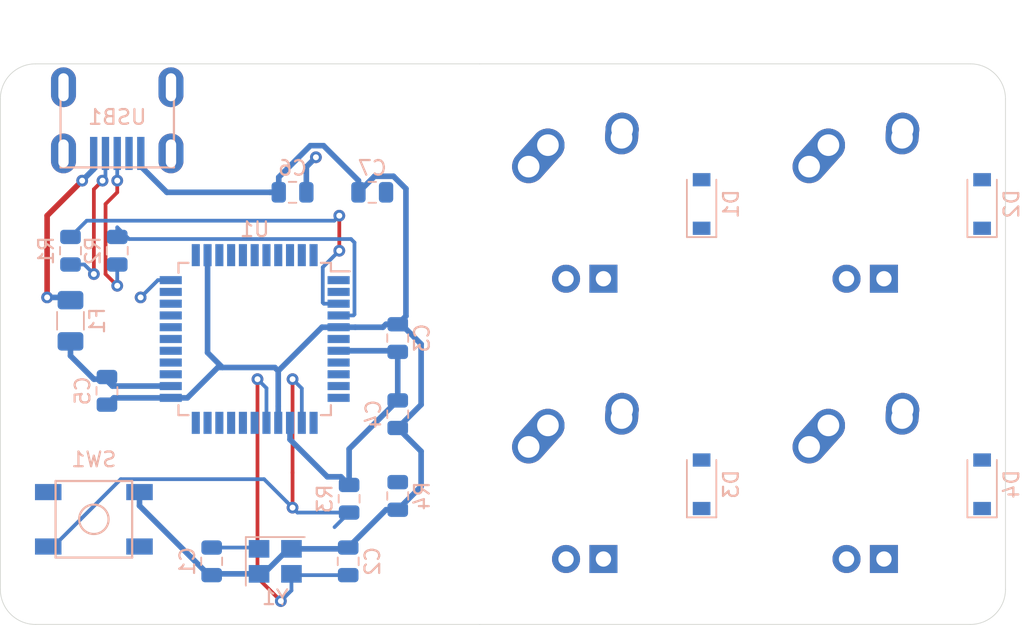
<source format=kicad_pcb>
(kicad_pcb (version 20171130) (host pcbnew "(5.1.2)-1")

  (general
    (thickness 1.6)
    (drawings 10)
    (tracks 137)
    (zones 0)
    (modules 24)
    (nets 57)
  )

  (page A4)
  (layers
    (0 F.Cu signal)
    (31 B.Cu signal)
    (32 B.Adhes user)
    (33 F.Adhes user)
    (34 B.Paste user)
    (35 F.Paste user)
    (36 B.SilkS user)
    (37 F.SilkS user)
    (38 B.Mask user)
    (39 F.Mask user)
    (40 Dwgs.User user)
    (41 Cmts.User user)
    (42 Eco1.User user)
    (43 Eco2.User user)
    (44 Edge.Cuts user)
    (45 Margin user)
    (46 B.CrtYd user)
    (47 F.CrtYd user)
    (48 B.Fab user)
    (49 F.Fab user)
  )

  (setup
    (last_trace_width 0.254)
    (trace_clearance 0.2)
    (zone_clearance 0.508)
    (zone_45_only no)
    (trace_min 0.2)
    (via_size 0.8)
    (via_drill 0.4)
    (via_min_size 0.4)
    (via_min_drill 0.3)
    (uvia_size 0.3)
    (uvia_drill 0.1)
    (uvias_allowed no)
    (uvia_min_size 0.2)
    (uvia_min_drill 0.1)
    (edge_width 0.05)
    (segment_width 0.2)
    (pcb_text_width 0.3)
    (pcb_text_size 1.5 1.5)
    (mod_edge_width 0.12)
    (mod_text_size 1 1)
    (mod_text_width 0.15)
    (pad_size 1.524 1.524)
    (pad_drill 0.762)
    (pad_to_mask_clearance 0.051)
    (solder_mask_min_width 0.25)
    (aux_axis_origin 0 0)
    (visible_elements FFFFFF7F)
    (pcbplotparams
      (layerselection 0x010fc_ffffffff)
      (usegerberextensions false)
      (usegerberattributes false)
      (usegerberadvancedattributes false)
      (creategerberjobfile false)
      (excludeedgelayer true)
      (linewidth 0.100000)
      (plotframeref false)
      (viasonmask false)
      (mode 1)
      (useauxorigin false)
      (hpglpennumber 1)
      (hpglpenspeed 20)
      (hpglpendiameter 15.000000)
      (psnegative false)
      (psa4output false)
      (plotreference true)
      (plotvalue true)
      (plotinvisibletext false)
      (padsonsilk false)
      (subtractmaskfromsilk false)
      (outputformat 1)
      (mirror false)
      (drillshape 1)
      (scaleselection 1)
      (outputdirectory ""))
  )

  (net 0 "")
  (net 1 GND)
  (net 2 "Net-(C1-Pad1)")
  (net 3 "Net-(C2-Pad1)")
  (net 4 +5V)
  (net 5 "Net-(C7-Pad1)")
  (net 6 "Net-(D1-Pad2)")
  (net 7 ROW0)
  (net 8 "Net-(D2-Pad2)")
  (net 9 ROW1)
  (net 10 "Net-(D3-Pad2)")
  (net 11 "Net-(D4-Pad2)")
  (net 12 VCC)
  (net 13 "Net-(MX1-Pad4)")
  (net 14 "Net-(MX1-Pad3)")
  (net 15 COL0)
  (net 16 "Net-(MX2-Pad4)")
  (net 17 "Net-(MX2-Pad3)")
  (net 18 COL1)
  (net 19 "Net-(MX3-Pad3)")
  (net 20 "Net-(MX3-Pad4)")
  (net 21 "Net-(MX4-Pad3)")
  (net 22 "Net-(MX4-Pad4)")
  (net 23 "Net-(R1-Pad1)")
  (net 24 D-)
  (net 25 D+)
  (net 26 "Net-(R2-Pad1)")
  (net 27 "Net-(R3-Pad2)")
  (net 28 "Net-(R4-Pad2)")
  (net 29 "Net-(U1-Pad1)")
  (net 30 "Net-(U1-Pad8)")
  (net 31 "Net-(U1-Pad9)")
  (net 32 "Net-(U1-Pad10)")
  (net 33 "Net-(U1-Pad11)")
  (net 34 "Net-(U1-Pad12)")
  (net 35 "Net-(U1-Pad18)")
  (net 36 "Net-(U1-Pad19)")
  (net 37 "Net-(U1-Pad20)")
  (net 38 "Net-(U1-Pad21)")
  (net 39 "Net-(U1-Pad22)")
  (net 40 "Net-(U1-Pad25)")
  (net 41 "Net-(U1-Pad26)")
  (net 42 "Net-(U1-Pad27)")
  (net 43 "Net-(U1-Pad28)")
  (net 44 "Net-(U1-Pad29)")
  (net 45 "Net-(U1-Pad30)")
  (net 46 "Net-(U1-Pad31)")
  (net 47 "Net-(U1-Pad32)")
  (net 48 "Net-(U1-Pad36)")
  (net 49 "Net-(U1-Pad37)")
  (net 50 "Net-(U1-Pad38)")
  (net 51 "Net-(U1-Pad39)")
  (net 52 "Net-(U1-Pad40)")
  (net 53 "Net-(U1-Pad41)")
  (net 54 "Net-(U1-Pad42)")
  (net 55 "Net-(USB1-Pad2)")
  (net 56 "Net-(USB1-Pad6)")

  (net_class Default "This is the default net class."
    (clearance 0.2)
    (trace_width 0.254)
    (via_dia 0.8)
    (via_drill 0.4)
    (uvia_dia 0.3)
    (uvia_drill 0.1)
    (add_net COL0)
    (add_net COL1)
    (add_net D+)
    (add_net D-)
    (add_net "Net-(C1-Pad1)")
    (add_net "Net-(C2-Pad1)")
    (add_net "Net-(C7-Pad1)")
    (add_net "Net-(D1-Pad2)")
    (add_net "Net-(D2-Pad2)")
    (add_net "Net-(D3-Pad2)")
    (add_net "Net-(D4-Pad2)")
    (add_net "Net-(MX1-Pad3)")
    (add_net "Net-(MX1-Pad4)")
    (add_net "Net-(MX2-Pad3)")
    (add_net "Net-(MX2-Pad4)")
    (add_net "Net-(MX3-Pad3)")
    (add_net "Net-(MX3-Pad4)")
    (add_net "Net-(MX4-Pad3)")
    (add_net "Net-(MX4-Pad4)")
    (add_net "Net-(R1-Pad1)")
    (add_net "Net-(R2-Pad1)")
    (add_net "Net-(R3-Pad2)")
    (add_net "Net-(R4-Pad2)")
    (add_net "Net-(U1-Pad1)")
    (add_net "Net-(U1-Pad10)")
    (add_net "Net-(U1-Pad11)")
    (add_net "Net-(U1-Pad12)")
    (add_net "Net-(U1-Pad18)")
    (add_net "Net-(U1-Pad19)")
    (add_net "Net-(U1-Pad20)")
    (add_net "Net-(U1-Pad21)")
    (add_net "Net-(U1-Pad22)")
    (add_net "Net-(U1-Pad25)")
    (add_net "Net-(U1-Pad26)")
    (add_net "Net-(U1-Pad27)")
    (add_net "Net-(U1-Pad28)")
    (add_net "Net-(U1-Pad29)")
    (add_net "Net-(U1-Pad30)")
    (add_net "Net-(U1-Pad31)")
    (add_net "Net-(U1-Pad32)")
    (add_net "Net-(U1-Pad36)")
    (add_net "Net-(U1-Pad37)")
    (add_net "Net-(U1-Pad38)")
    (add_net "Net-(U1-Pad39)")
    (add_net "Net-(U1-Pad40)")
    (add_net "Net-(U1-Pad41)")
    (add_net "Net-(U1-Pad42)")
    (add_net "Net-(U1-Pad8)")
    (add_net "Net-(U1-Pad9)")
    (add_net "Net-(USB1-Pad2)")
    (add_net "Net-(USB1-Pad6)")
    (add_net ROW0)
    (add_net ROW1)
  )

  (net_class Power ""
    (clearance 0.2)
    (trace_width 0.381)
    (via_dia 0.8)
    (via_drill 0.4)
    (uvia_dia 0.3)
    (uvia_drill 0.1)
    (add_net +5V)
    (add_net GND)
    (add_net VCC)
  )

  (module Capacitor_SMD:C_0805_2012Metric (layer B.Cu) (tedit 5B36C52B) (tstamp 5CE75403)
    (at 76.2635 136.2075 270)
    (descr "Capacitor SMD 0805 (2012 Metric), square (rectangular) end terminal, IPC_7351 nominal, (Body size source: https://docs.google.com/spreadsheets/d/1BsfQQcO9C6DZCsRaXUlFlo91Tg2WpOkGARC1WS5S8t0/edit?usp=sharing), generated with kicad-footprint-generator")
    (tags capacitor)
    (path /5CEA0124)
    (attr smd)
    (fp_text reference C1 (at 0 1.65 90) (layer B.SilkS)
      (effects (font (size 1 1) (thickness 0.15)) (justify mirror))
    )
    (fp_text value 22pF (at 0 -1.65 90) (layer B.Fab)
      (effects (font (size 1 1) (thickness 0.15)) (justify mirror))
    )
    (fp_text user %R (at 0 0 90) (layer B.Fab)
      (effects (font (size 0.5 0.5) (thickness 0.08)) (justify mirror))
    )
    (fp_line (start 1.68 -0.95) (end -1.68 -0.95) (layer B.CrtYd) (width 0.05))
    (fp_line (start 1.68 0.95) (end 1.68 -0.95) (layer B.CrtYd) (width 0.05))
    (fp_line (start -1.68 0.95) (end 1.68 0.95) (layer B.CrtYd) (width 0.05))
    (fp_line (start -1.68 -0.95) (end -1.68 0.95) (layer B.CrtYd) (width 0.05))
    (fp_line (start -0.258578 -0.71) (end 0.258578 -0.71) (layer B.SilkS) (width 0.12))
    (fp_line (start -0.258578 0.71) (end 0.258578 0.71) (layer B.SilkS) (width 0.12))
    (fp_line (start 1 -0.6) (end -1 -0.6) (layer B.Fab) (width 0.1))
    (fp_line (start 1 0.6) (end 1 -0.6) (layer B.Fab) (width 0.1))
    (fp_line (start -1 0.6) (end 1 0.6) (layer B.Fab) (width 0.1))
    (fp_line (start -1 -0.6) (end -1 0.6) (layer B.Fab) (width 0.1))
    (pad 2 smd roundrect (at 0.9375 0 270) (size 0.975 1.4) (layers B.Cu B.Paste B.Mask) (roundrect_rratio 0.25)
      (net 1 GND))
    (pad 1 smd roundrect (at -0.9375 0 270) (size 0.975 1.4) (layers B.Cu B.Paste B.Mask) (roundrect_rratio 0.25)
      (net 2 "Net-(C1-Pad1)"))
    (model ${KISYS3DMOD}/Capacitor_SMD.3dshapes/C_0805_2012Metric.wrl
      (at (xyz 0 0 0))
      (scale (xyz 1 1 1))
      (rotate (xyz 0 0 0))
    )
  )

  (module Capacitor_SMD:C_0805_2012Metric (layer B.Cu) (tedit 5B36C52B) (tstamp 5CE754AB)
    (at 85.5345 136.2075 90)
    (descr "Capacitor SMD 0805 (2012 Metric), square (rectangular) end terminal, IPC_7351 nominal, (Body size source: https://docs.google.com/spreadsheets/d/1BsfQQcO9C6DZCsRaXUlFlo91Tg2WpOkGARC1WS5S8t0/edit?usp=sharing), generated with kicad-footprint-generator")
    (tags capacitor)
    (path /5CEA1319)
    (attr smd)
    (fp_text reference C2 (at 0 1.65 90) (layer B.SilkS)
      (effects (font (size 1 1) (thickness 0.15)) (justify mirror))
    )
    (fp_text value 22pF (at 0 -1.65 90) (layer B.Fab)
      (effects (font (size 1 1) (thickness 0.15)) (justify mirror))
    )
    (fp_line (start -1 -0.6) (end -1 0.6) (layer B.Fab) (width 0.1))
    (fp_line (start -1 0.6) (end 1 0.6) (layer B.Fab) (width 0.1))
    (fp_line (start 1 0.6) (end 1 -0.6) (layer B.Fab) (width 0.1))
    (fp_line (start 1 -0.6) (end -1 -0.6) (layer B.Fab) (width 0.1))
    (fp_line (start -0.258578 0.71) (end 0.258578 0.71) (layer B.SilkS) (width 0.12))
    (fp_line (start -0.258578 -0.71) (end 0.258578 -0.71) (layer B.SilkS) (width 0.12))
    (fp_line (start -1.68 -0.95) (end -1.68 0.95) (layer B.CrtYd) (width 0.05))
    (fp_line (start -1.68 0.95) (end 1.68 0.95) (layer B.CrtYd) (width 0.05))
    (fp_line (start 1.68 0.95) (end 1.68 -0.95) (layer B.CrtYd) (width 0.05))
    (fp_line (start 1.68 -0.95) (end -1.68 -0.95) (layer B.CrtYd) (width 0.05))
    (fp_text user %R (at 0 0 90) (layer B.Fab)
      (effects (font (size 0.5 0.5) (thickness 0.08)) (justify mirror))
    )
    (pad 1 smd roundrect (at -0.9375 0 90) (size 0.975 1.4) (layers B.Cu B.Paste B.Mask) (roundrect_rratio 0.25)
      (net 3 "Net-(C2-Pad1)"))
    (pad 2 smd roundrect (at 0.9375 0 90) (size 0.975 1.4) (layers B.Cu B.Paste B.Mask) (roundrect_rratio 0.25)
      (net 1 GND))
    (model ${KISYS3DMOD}/Capacitor_SMD.3dshapes/C_0805_2012Metric.wrl
      (at (xyz 0 0 0))
      (scale (xyz 1 1 1))
      (rotate (xyz 0 0 0))
    )
  )

  (module Capacitor_SMD:C_0805_2012Metric (layer B.Cu) (tedit 5B36C52B) (tstamp 5CE76033)
    (at 88.9 121.031 90)
    (descr "Capacitor SMD 0805 (2012 Metric), square (rectangular) end terminal, IPC_7351 nominal, (Body size source: https://docs.google.com/spreadsheets/d/1BsfQQcO9C6DZCsRaXUlFlo91Tg2WpOkGARC1WS5S8t0/edit?usp=sharing), generated with kicad-footprint-generator")
    (tags capacitor)
    (path /5CE843CD)
    (attr smd)
    (fp_text reference C3 (at 0 1.65 90) (layer B.SilkS)
      (effects (font (size 1 1) (thickness 0.15)) (justify mirror))
    )
    (fp_text value 1uF (at 0 -1.65 90) (layer B.Fab)
      (effects (font (size 1 1) (thickness 0.15)) (justify mirror))
    )
    (fp_text user %R (at 0 0 90) (layer B.Fab)
      (effects (font (size 0.5 0.5) (thickness 0.08)) (justify mirror))
    )
    (fp_line (start 1.68 -0.95) (end -1.68 -0.95) (layer B.CrtYd) (width 0.05))
    (fp_line (start 1.68 0.95) (end 1.68 -0.95) (layer B.CrtYd) (width 0.05))
    (fp_line (start -1.68 0.95) (end 1.68 0.95) (layer B.CrtYd) (width 0.05))
    (fp_line (start -1.68 -0.95) (end -1.68 0.95) (layer B.CrtYd) (width 0.05))
    (fp_line (start -0.258578 -0.71) (end 0.258578 -0.71) (layer B.SilkS) (width 0.12))
    (fp_line (start -0.258578 0.71) (end 0.258578 0.71) (layer B.SilkS) (width 0.12))
    (fp_line (start 1 -0.6) (end -1 -0.6) (layer B.Fab) (width 0.1))
    (fp_line (start 1 0.6) (end 1 -0.6) (layer B.Fab) (width 0.1))
    (fp_line (start -1 0.6) (end 1 0.6) (layer B.Fab) (width 0.1))
    (fp_line (start -1 -0.6) (end -1 0.6) (layer B.Fab) (width 0.1))
    (pad 2 smd roundrect (at 0.9375 0 90) (size 0.975 1.4) (layers B.Cu B.Paste B.Mask) (roundrect_rratio 0.25)
      (net 1 GND))
    (pad 1 smd roundrect (at -0.9375 0 90) (size 0.975 1.4) (layers B.Cu B.Paste B.Mask) (roundrect_rratio 0.25)
      (net 4 +5V))
    (model ${KISYS3DMOD}/Capacitor_SMD.3dshapes/C_0805_2012Metric.wrl
      (at (xyz 0 0 0))
      (scale (xyz 1 1 1))
      (rotate (xyz 0 0 0))
    )
  )

  (module Capacitor_SMD:C_0805_2012Metric (layer B.Cu) (tedit 5B36C52B) (tstamp 5CE755CB)
    (at 88.9 126.20625 270)
    (descr "Capacitor SMD 0805 (2012 Metric), square (rectangular) end terminal, IPC_7351 nominal, (Body size source: https://docs.google.com/spreadsheets/d/1BsfQQcO9C6DZCsRaXUlFlo91Tg2WpOkGARC1WS5S8t0/edit?usp=sharing), generated with kicad-footprint-generator")
    (tags capacitor)
    (path /5CE85440)
    (attr smd)
    (fp_text reference C4 (at 0 1.65 90) (layer B.SilkS)
      (effects (font (size 1 1) (thickness 0.15)) (justify mirror))
    )
    (fp_text value 0.1uF (at 0 -1.65 90) (layer B.Fab)
      (effects (font (size 1 1) (thickness 0.15)) (justify mirror))
    )
    (fp_line (start -1 -0.6) (end -1 0.6) (layer B.Fab) (width 0.1))
    (fp_line (start -1 0.6) (end 1 0.6) (layer B.Fab) (width 0.1))
    (fp_line (start 1 0.6) (end 1 -0.6) (layer B.Fab) (width 0.1))
    (fp_line (start 1 -0.6) (end -1 -0.6) (layer B.Fab) (width 0.1))
    (fp_line (start -0.258578 0.71) (end 0.258578 0.71) (layer B.SilkS) (width 0.12))
    (fp_line (start -0.258578 -0.71) (end 0.258578 -0.71) (layer B.SilkS) (width 0.12))
    (fp_line (start -1.68 -0.95) (end -1.68 0.95) (layer B.CrtYd) (width 0.05))
    (fp_line (start -1.68 0.95) (end 1.68 0.95) (layer B.CrtYd) (width 0.05))
    (fp_line (start 1.68 0.95) (end 1.68 -0.95) (layer B.CrtYd) (width 0.05))
    (fp_line (start 1.68 -0.95) (end -1.68 -0.95) (layer B.CrtYd) (width 0.05))
    (fp_text user %R (at 0 0 90) (layer B.Fab)
      (effects (font (size 0.5 0.5) (thickness 0.08)) (justify mirror))
    )
    (pad 1 smd roundrect (at -0.9375 0 270) (size 0.975 1.4) (layers B.Cu B.Paste B.Mask) (roundrect_rratio 0.25)
      (net 4 +5V))
    (pad 2 smd roundrect (at 0.9375 0 270) (size 0.975 1.4) (layers B.Cu B.Paste B.Mask) (roundrect_rratio 0.25)
      (net 1 GND))
    (model ${KISYS3DMOD}/Capacitor_SMD.3dshapes/C_0805_2012Metric.wrl
      (at (xyz 0 0 0))
      (scale (xyz 1 1 1))
      (rotate (xyz 0 0 0))
    )
  )

  (module Capacitor_SMD:C_0805_2012Metric (layer B.Cu) (tedit 5B36C52B) (tstamp 5CE7559B)
    (at 69.1515 124.61875 270)
    (descr "Capacitor SMD 0805 (2012 Metric), square (rectangular) end terminal, IPC_7351 nominal, (Body size source: https://docs.google.com/spreadsheets/d/1BsfQQcO9C6DZCsRaXUlFlo91Tg2WpOkGARC1WS5S8t0/edit?usp=sharing), generated with kicad-footprint-generator")
    (tags capacitor)
    (path /5CE87004)
    (attr smd)
    (fp_text reference C5 (at 0 1.65 90) (layer B.SilkS)
      (effects (font (size 1 1) (thickness 0.15)) (justify mirror))
    )
    (fp_text value 0.1uF (at 0 -1.65 90) (layer B.Fab)
      (effects (font (size 1 1) (thickness 0.15)) (justify mirror))
    )
    (fp_text user %R (at 0 0 90) (layer B.Fab)
      (effects (font (size 0.5 0.5) (thickness 0.08)) (justify mirror))
    )
    (fp_line (start 1.68 -0.95) (end -1.68 -0.95) (layer B.CrtYd) (width 0.05))
    (fp_line (start 1.68 0.95) (end 1.68 -0.95) (layer B.CrtYd) (width 0.05))
    (fp_line (start -1.68 0.95) (end 1.68 0.95) (layer B.CrtYd) (width 0.05))
    (fp_line (start -1.68 -0.95) (end -1.68 0.95) (layer B.CrtYd) (width 0.05))
    (fp_line (start -0.258578 -0.71) (end 0.258578 -0.71) (layer B.SilkS) (width 0.12))
    (fp_line (start -0.258578 0.71) (end 0.258578 0.71) (layer B.SilkS) (width 0.12))
    (fp_line (start 1 -0.6) (end -1 -0.6) (layer B.Fab) (width 0.1))
    (fp_line (start 1 0.6) (end 1 -0.6) (layer B.Fab) (width 0.1))
    (fp_line (start -1 0.6) (end 1 0.6) (layer B.Fab) (width 0.1))
    (fp_line (start -1 -0.6) (end -1 0.6) (layer B.Fab) (width 0.1))
    (pad 2 smd roundrect (at 0.9375 0 270) (size 0.975 1.4) (layers B.Cu B.Paste B.Mask) (roundrect_rratio 0.25)
      (net 1 GND))
    (pad 1 smd roundrect (at -0.9375 0 270) (size 0.975 1.4) (layers B.Cu B.Paste B.Mask) (roundrect_rratio 0.25)
      (net 4 +5V))
    (model ${KISYS3DMOD}/Capacitor_SMD.3dshapes/C_0805_2012Metric.wrl
      (at (xyz 0 0 0))
      (scale (xyz 1 1 1))
      (rotate (xyz 0 0 0))
    )
  )

  (module Capacitor_SMD:C_0805_2012Metric (layer B.Cu) (tedit 5B36C52B) (tstamp 5CE7708A)
    (at 81.75625 111.125 180)
    (descr "Capacitor SMD 0805 (2012 Metric), square (rectangular) end terminal, IPC_7351 nominal, (Body size source: https://docs.google.com/spreadsheets/d/1BsfQQcO9C6DZCsRaXUlFlo91Tg2WpOkGARC1WS5S8t0/edit?usp=sharing), generated with kicad-footprint-generator")
    (tags capacitor)
    (path /5CE87F15)
    (attr smd)
    (fp_text reference C6 (at 0 1.65) (layer B.SilkS)
      (effects (font (size 1 1) (thickness 0.15)) (justify mirror))
    )
    (fp_text value 10uF (at 0 -1.65) (layer B.Fab)
      (effects (font (size 1 1) (thickness 0.15)) (justify mirror))
    )
    (fp_line (start -1 -0.6) (end -1 0.6) (layer B.Fab) (width 0.1))
    (fp_line (start -1 0.6) (end 1 0.6) (layer B.Fab) (width 0.1))
    (fp_line (start 1 0.6) (end 1 -0.6) (layer B.Fab) (width 0.1))
    (fp_line (start 1 -0.6) (end -1 -0.6) (layer B.Fab) (width 0.1))
    (fp_line (start -0.258578 0.71) (end 0.258578 0.71) (layer B.SilkS) (width 0.12))
    (fp_line (start -0.258578 -0.71) (end 0.258578 -0.71) (layer B.SilkS) (width 0.12))
    (fp_line (start -1.68 -0.95) (end -1.68 0.95) (layer B.CrtYd) (width 0.05))
    (fp_line (start -1.68 0.95) (end 1.68 0.95) (layer B.CrtYd) (width 0.05))
    (fp_line (start 1.68 0.95) (end 1.68 -0.95) (layer B.CrtYd) (width 0.05))
    (fp_line (start 1.68 -0.95) (end -1.68 -0.95) (layer B.CrtYd) (width 0.05))
    (fp_text user %R (at 0 0) (layer B.Fab)
      (effects (font (size 0.5 0.5) (thickness 0.08)) (justify mirror))
    )
    (pad 1 smd roundrect (at -0.9375 0 180) (size 0.975 1.4) (layers B.Cu B.Paste B.Mask) (roundrect_rratio 0.25)
      (net 4 +5V))
    (pad 2 smd roundrect (at 0.9375 0 180) (size 0.975 1.4) (layers B.Cu B.Paste B.Mask) (roundrect_rratio 0.25)
      (net 1 GND))
    (model ${KISYS3DMOD}/Capacitor_SMD.3dshapes/C_0805_2012Metric.wrl
      (at (xyz 0 0 0))
      (scale (xyz 1 1 1))
      (rotate (xyz 0 0 0))
    )
  )

  (module Capacitor_SMD:C_0805_2012Metric (layer B.Cu) (tedit 5B36C52B) (tstamp 5CE753A3)
    (at 87.16875 111.125 180)
    (descr "Capacitor SMD 0805 (2012 Metric), square (rectangular) end terminal, IPC_7351 nominal, (Body size source: https://docs.google.com/spreadsheets/d/1BsfQQcO9C6DZCsRaXUlFlo91Tg2WpOkGARC1WS5S8t0/edit?usp=sharing), generated with kicad-footprint-generator")
    (tags capacitor)
    (path /5CE80DF1)
    (attr smd)
    (fp_text reference C7 (at 0 1.65) (layer B.SilkS)
      (effects (font (size 1 1) (thickness 0.15)) (justify mirror))
    )
    (fp_text value 0.1uF (at 0 -1.65) (layer B.Fab)
      (effects (font (size 1 1) (thickness 0.15)) (justify mirror))
    )
    (fp_line (start -1 -0.6) (end -1 0.6) (layer B.Fab) (width 0.1))
    (fp_line (start -1 0.6) (end 1 0.6) (layer B.Fab) (width 0.1))
    (fp_line (start 1 0.6) (end 1 -0.6) (layer B.Fab) (width 0.1))
    (fp_line (start 1 -0.6) (end -1 -0.6) (layer B.Fab) (width 0.1))
    (fp_line (start -0.258578 0.71) (end 0.258578 0.71) (layer B.SilkS) (width 0.12))
    (fp_line (start -0.258578 -0.71) (end 0.258578 -0.71) (layer B.SilkS) (width 0.12))
    (fp_line (start -1.68 -0.95) (end -1.68 0.95) (layer B.CrtYd) (width 0.05))
    (fp_line (start -1.68 0.95) (end 1.68 0.95) (layer B.CrtYd) (width 0.05))
    (fp_line (start 1.68 0.95) (end 1.68 -0.95) (layer B.CrtYd) (width 0.05))
    (fp_line (start 1.68 -0.95) (end -1.68 -0.95) (layer B.CrtYd) (width 0.05))
    (fp_text user %R (at 0 0) (layer B.Fab)
      (effects (font (size 0.5 0.5) (thickness 0.08)) (justify mirror))
    )
    (pad 1 smd roundrect (at -0.9375 0 180) (size 0.975 1.4) (layers B.Cu B.Paste B.Mask) (roundrect_rratio 0.25)
      (net 5 "Net-(C7-Pad1)"))
    (pad 2 smd roundrect (at 0.9375 0 180) (size 0.975 1.4) (layers B.Cu B.Paste B.Mask) (roundrect_rratio 0.25)
      (net 1 GND))
    (model ${KISYS3DMOD}/Capacitor_SMD.3dshapes/C_0805_2012Metric.wrl
      (at (xyz 0 0 0))
      (scale (xyz 1 1 1))
      (rotate (xyz 0 0 0))
    )
  )

  (module Diode_SMD:D_SOD-123 (layer B.Cu) (tedit 58645DC7) (tstamp 5CE7555B)
    (at 109.5375 111.91875 90)
    (descr SOD-123)
    (tags SOD-123)
    (path /5CED4C62)
    (attr smd)
    (fp_text reference D1 (at 0 2 270) (layer B.SilkS)
      (effects (font (size 1 1) (thickness 0.15)) (justify mirror))
    )
    (fp_text value SOD-123 (at 0 -2.1 270) (layer B.Fab)
      (effects (font (size 1 1) (thickness 0.15)) (justify mirror))
    )
    (fp_line (start -2.25 1) (end 1.65 1) (layer B.SilkS) (width 0.12))
    (fp_line (start -2.25 -1) (end 1.65 -1) (layer B.SilkS) (width 0.12))
    (fp_line (start -2.35 1.15) (end -2.35 -1.15) (layer B.CrtYd) (width 0.05))
    (fp_line (start 2.35 -1.15) (end -2.35 -1.15) (layer B.CrtYd) (width 0.05))
    (fp_line (start 2.35 1.15) (end 2.35 -1.15) (layer B.CrtYd) (width 0.05))
    (fp_line (start -2.35 1.15) (end 2.35 1.15) (layer B.CrtYd) (width 0.05))
    (fp_line (start -1.4 0.9) (end 1.4 0.9) (layer B.Fab) (width 0.1))
    (fp_line (start 1.4 0.9) (end 1.4 -0.9) (layer B.Fab) (width 0.1))
    (fp_line (start 1.4 -0.9) (end -1.4 -0.9) (layer B.Fab) (width 0.1))
    (fp_line (start -1.4 -0.9) (end -1.4 0.9) (layer B.Fab) (width 0.1))
    (fp_line (start -0.75 0) (end -0.35 0) (layer B.Fab) (width 0.1))
    (fp_line (start -0.35 0) (end -0.35 0.55) (layer B.Fab) (width 0.1))
    (fp_line (start -0.35 0) (end -0.35 -0.55) (layer B.Fab) (width 0.1))
    (fp_line (start -0.35 0) (end 0.25 0.4) (layer B.Fab) (width 0.1))
    (fp_line (start 0.25 0.4) (end 0.25 -0.4) (layer B.Fab) (width 0.1))
    (fp_line (start 0.25 -0.4) (end -0.35 0) (layer B.Fab) (width 0.1))
    (fp_line (start 0.25 0) (end 0.75 0) (layer B.Fab) (width 0.1))
    (fp_line (start -2.25 1) (end -2.25 -1) (layer B.SilkS) (width 0.12))
    (fp_text user %R (at 0 2 270) (layer B.Fab)
      (effects (font (size 1 1) (thickness 0.15)) (justify mirror))
    )
    (pad 2 smd rect (at 1.65 0 90) (size 0.9 1.2) (layers B.Cu B.Paste B.Mask)
      (net 6 "Net-(D1-Pad2)"))
    (pad 1 smd rect (at -1.65 0 90) (size 0.9 1.2) (layers B.Cu B.Paste B.Mask)
      (net 7 ROW0))
    (model ${KISYS3DMOD}/Diode_SMD.3dshapes/D_SOD-123.wrl
      (at (xyz 0 0 0))
      (scale (xyz 1 1 1))
      (rotate (xyz 0 0 0))
    )
  )

  (module Diode_SMD:D_SOD-123 (layer B.Cu) (tedit 58645DC7) (tstamp 5CE7564B)
    (at 128.5875 111.91875 90)
    (descr SOD-123)
    (tags SOD-123)
    (path /5CEE2EF4)
    (attr smd)
    (fp_text reference D2 (at 0 2 90) (layer B.SilkS)
      (effects (font (size 1 1) (thickness 0.15)) (justify mirror))
    )
    (fp_text value SOD-123 (at 0 -2.1 90) (layer B.Fab)
      (effects (font (size 1 1) (thickness 0.15)) (justify mirror))
    )
    (fp_line (start -2.25 1) (end 1.65 1) (layer B.SilkS) (width 0.12))
    (fp_line (start -2.25 -1) (end 1.65 -1) (layer B.SilkS) (width 0.12))
    (fp_line (start -2.35 1.15) (end -2.35 -1.15) (layer B.CrtYd) (width 0.05))
    (fp_line (start 2.35 -1.15) (end -2.35 -1.15) (layer B.CrtYd) (width 0.05))
    (fp_line (start 2.35 1.15) (end 2.35 -1.15) (layer B.CrtYd) (width 0.05))
    (fp_line (start -2.35 1.15) (end 2.35 1.15) (layer B.CrtYd) (width 0.05))
    (fp_line (start -1.4 0.9) (end 1.4 0.9) (layer B.Fab) (width 0.1))
    (fp_line (start 1.4 0.9) (end 1.4 -0.9) (layer B.Fab) (width 0.1))
    (fp_line (start 1.4 -0.9) (end -1.4 -0.9) (layer B.Fab) (width 0.1))
    (fp_line (start -1.4 -0.9) (end -1.4 0.9) (layer B.Fab) (width 0.1))
    (fp_line (start -0.75 0) (end -0.35 0) (layer B.Fab) (width 0.1))
    (fp_line (start -0.35 0) (end -0.35 0.55) (layer B.Fab) (width 0.1))
    (fp_line (start -0.35 0) (end -0.35 -0.55) (layer B.Fab) (width 0.1))
    (fp_line (start -0.35 0) (end 0.25 0.4) (layer B.Fab) (width 0.1))
    (fp_line (start 0.25 0.4) (end 0.25 -0.4) (layer B.Fab) (width 0.1))
    (fp_line (start 0.25 -0.4) (end -0.35 0) (layer B.Fab) (width 0.1))
    (fp_line (start 0.25 0) (end 0.75 0) (layer B.Fab) (width 0.1))
    (fp_line (start -2.25 1) (end -2.25 -1) (layer B.SilkS) (width 0.12))
    (fp_text user %R (at 0 2 90) (layer B.Fab)
      (effects (font (size 1 1) (thickness 0.15)) (justify mirror))
    )
    (pad 2 smd rect (at 1.65 0 90) (size 0.9 1.2) (layers B.Cu B.Paste B.Mask)
      (net 8 "Net-(D2-Pad2)"))
    (pad 1 smd rect (at -1.65 0 90) (size 0.9 1.2) (layers B.Cu B.Paste B.Mask)
      (net 9 ROW1))
    (model ${KISYS3DMOD}/Diode_SMD.3dshapes/D_SOD-123.wrl
      (at (xyz 0 0 0))
      (scale (xyz 1 1 1))
      (rotate (xyz 0 0 0))
    )
  )

  (module Diode_SMD:D_SOD-123 (layer B.Cu) (tedit 58645DC7) (tstamp 5CE75363)
    (at 109.5375 130.96875 90)
    (descr SOD-123)
    (tags SOD-123)
    (path /5CEDBF18)
    (attr smd)
    (fp_text reference D3 (at 0 2 90) (layer B.SilkS)
      (effects (font (size 1 1) (thickness 0.15)) (justify mirror))
    )
    (fp_text value SOD-123 (at 0 -2.1 90) (layer B.Fab)
      (effects (font (size 1 1) (thickness 0.15)) (justify mirror))
    )
    (fp_text user %R (at 0 2 90) (layer B.Fab)
      (effects (font (size 1 1) (thickness 0.15)) (justify mirror))
    )
    (fp_line (start -2.25 1) (end -2.25 -1) (layer B.SilkS) (width 0.12))
    (fp_line (start 0.25 0) (end 0.75 0) (layer B.Fab) (width 0.1))
    (fp_line (start 0.25 -0.4) (end -0.35 0) (layer B.Fab) (width 0.1))
    (fp_line (start 0.25 0.4) (end 0.25 -0.4) (layer B.Fab) (width 0.1))
    (fp_line (start -0.35 0) (end 0.25 0.4) (layer B.Fab) (width 0.1))
    (fp_line (start -0.35 0) (end -0.35 -0.55) (layer B.Fab) (width 0.1))
    (fp_line (start -0.35 0) (end -0.35 0.55) (layer B.Fab) (width 0.1))
    (fp_line (start -0.75 0) (end -0.35 0) (layer B.Fab) (width 0.1))
    (fp_line (start -1.4 -0.9) (end -1.4 0.9) (layer B.Fab) (width 0.1))
    (fp_line (start 1.4 -0.9) (end -1.4 -0.9) (layer B.Fab) (width 0.1))
    (fp_line (start 1.4 0.9) (end 1.4 -0.9) (layer B.Fab) (width 0.1))
    (fp_line (start -1.4 0.9) (end 1.4 0.9) (layer B.Fab) (width 0.1))
    (fp_line (start -2.35 1.15) (end 2.35 1.15) (layer B.CrtYd) (width 0.05))
    (fp_line (start 2.35 1.15) (end 2.35 -1.15) (layer B.CrtYd) (width 0.05))
    (fp_line (start 2.35 -1.15) (end -2.35 -1.15) (layer B.CrtYd) (width 0.05))
    (fp_line (start -2.35 1.15) (end -2.35 -1.15) (layer B.CrtYd) (width 0.05))
    (fp_line (start -2.25 -1) (end 1.65 -1) (layer B.SilkS) (width 0.12))
    (fp_line (start -2.25 1) (end 1.65 1) (layer B.SilkS) (width 0.12))
    (pad 1 smd rect (at -1.65 0 90) (size 0.9 1.2) (layers B.Cu B.Paste B.Mask)
      (net 7 ROW0))
    (pad 2 smd rect (at 1.65 0 90) (size 0.9 1.2) (layers B.Cu B.Paste B.Mask)
      (net 10 "Net-(D3-Pad2)"))
    (model ${KISYS3DMOD}/Diode_SMD.3dshapes/D_SOD-123.wrl
      (at (xyz 0 0 0))
      (scale (xyz 1 1 1))
      (rotate (xyz 0 0 0))
    )
  )

  (module Diode_SMD:D_SOD-123 (layer B.Cu) (tedit 58645DC7) (tstamp 5CE7546B)
    (at 128.5875 130.96875 90)
    (descr SOD-123)
    (tags SOD-123)
    (path /5CEE2F09)
    (attr smd)
    (fp_text reference D4 (at 0 2 90) (layer B.SilkS)
      (effects (font (size 1 1) (thickness 0.15)) (justify mirror))
    )
    (fp_text value SOD-123 (at 0 -2.1 90) (layer B.Fab)
      (effects (font (size 1 1) (thickness 0.15)) (justify mirror))
    )
    (fp_text user %R (at 0 2 90) (layer B.Fab)
      (effects (font (size 1 1) (thickness 0.15)) (justify mirror))
    )
    (fp_line (start -2.25 1) (end -2.25 -1) (layer B.SilkS) (width 0.12))
    (fp_line (start 0.25 0) (end 0.75 0) (layer B.Fab) (width 0.1))
    (fp_line (start 0.25 -0.4) (end -0.35 0) (layer B.Fab) (width 0.1))
    (fp_line (start 0.25 0.4) (end 0.25 -0.4) (layer B.Fab) (width 0.1))
    (fp_line (start -0.35 0) (end 0.25 0.4) (layer B.Fab) (width 0.1))
    (fp_line (start -0.35 0) (end -0.35 -0.55) (layer B.Fab) (width 0.1))
    (fp_line (start -0.35 0) (end -0.35 0.55) (layer B.Fab) (width 0.1))
    (fp_line (start -0.75 0) (end -0.35 0) (layer B.Fab) (width 0.1))
    (fp_line (start -1.4 -0.9) (end -1.4 0.9) (layer B.Fab) (width 0.1))
    (fp_line (start 1.4 -0.9) (end -1.4 -0.9) (layer B.Fab) (width 0.1))
    (fp_line (start 1.4 0.9) (end 1.4 -0.9) (layer B.Fab) (width 0.1))
    (fp_line (start -1.4 0.9) (end 1.4 0.9) (layer B.Fab) (width 0.1))
    (fp_line (start -2.35 1.15) (end 2.35 1.15) (layer B.CrtYd) (width 0.05))
    (fp_line (start 2.35 1.15) (end 2.35 -1.15) (layer B.CrtYd) (width 0.05))
    (fp_line (start 2.35 -1.15) (end -2.35 -1.15) (layer B.CrtYd) (width 0.05))
    (fp_line (start -2.35 1.15) (end -2.35 -1.15) (layer B.CrtYd) (width 0.05))
    (fp_line (start -2.25 -1) (end 1.65 -1) (layer B.SilkS) (width 0.12))
    (fp_line (start -2.25 1) (end 1.65 1) (layer B.SilkS) (width 0.12))
    (pad 1 smd rect (at -1.65 0 90) (size 0.9 1.2) (layers B.Cu B.Paste B.Mask)
      (net 9 ROW1))
    (pad 2 smd rect (at 1.65 0 90) (size 0.9 1.2) (layers B.Cu B.Paste B.Mask)
      (net 11 "Net-(D4-Pad2)"))
    (model ${KISYS3DMOD}/Diode_SMD.3dshapes/D_SOD-123.wrl
      (at (xyz 0 0 0))
      (scale (xyz 1 1 1))
      (rotate (xyz 0 0 0))
    )
  )

  (module Fuse:Fuse_1206_3216Metric (layer B.Cu) (tedit 5B301BBE) (tstamp 5CE75523)
    (at 66.675 119.85625 90)
    (descr "Fuse SMD 1206 (3216 Metric), square (rectangular) end terminal, IPC_7351 nominal, (Body size source: http://www.tortai-tech.com/upload/download/2011102023233369053.pdf), generated with kicad-footprint-generator")
    (tags resistor)
    (path /5CEC55F2)
    (attr smd)
    (fp_text reference F1 (at 0 1.82 270) (layer B.SilkS)
      (effects (font (size 1 1) (thickness 0.15)) (justify mirror))
    )
    (fp_text value 500mA (at 0 -1.82 270) (layer B.Fab)
      (effects (font (size 1 1) (thickness 0.15)) (justify mirror))
    )
    (fp_line (start -1.6 -0.8) (end -1.6 0.8) (layer B.Fab) (width 0.1))
    (fp_line (start -1.6 0.8) (end 1.6 0.8) (layer B.Fab) (width 0.1))
    (fp_line (start 1.6 0.8) (end 1.6 -0.8) (layer B.Fab) (width 0.1))
    (fp_line (start 1.6 -0.8) (end -1.6 -0.8) (layer B.Fab) (width 0.1))
    (fp_line (start -0.602064 0.91) (end 0.602064 0.91) (layer B.SilkS) (width 0.12))
    (fp_line (start -0.602064 -0.91) (end 0.602064 -0.91) (layer B.SilkS) (width 0.12))
    (fp_line (start -2.28 -1.12) (end -2.28 1.12) (layer B.CrtYd) (width 0.05))
    (fp_line (start -2.28 1.12) (end 2.28 1.12) (layer B.CrtYd) (width 0.05))
    (fp_line (start 2.28 1.12) (end 2.28 -1.12) (layer B.CrtYd) (width 0.05))
    (fp_line (start 2.28 -1.12) (end -2.28 -1.12) (layer B.CrtYd) (width 0.05))
    (fp_text user %R (at 0 0 270) (layer B.Fab)
      (effects (font (size 0.8 0.8) (thickness 0.12)) (justify mirror))
    )
    (pad 1 smd roundrect (at -1.4 0 90) (size 1.25 1.75) (layers B.Cu B.Paste B.Mask) (roundrect_rratio 0.2)
      (net 4 +5V))
    (pad 2 smd roundrect (at 1.4 0 90) (size 1.25 1.75) (layers B.Cu B.Paste B.Mask) (roundrect_rratio 0.2)
      (net 12 VCC))
    (model ${KISYS3DMOD}/Fuse.3dshapes/Fuse_1206_3216Metric.wrl
      (at (xyz 0 0 0))
      (scale (xyz 1 1 1))
      (rotate (xyz 0 0 0))
    )
  )

  (module MX_Alps_Hybrid:MX-1U (layer F.Cu) (tedit 5A9F3A9A) (tstamp 5CE75950)
    (at 101.6 111.91875)
    (path /5CED3978)
    (fp_text reference MX1 (at 0 3.175) (layer Dwgs.User)
      (effects (font (size 1 1) (thickness 0.15)))
    )
    (fp_text value MX-1U (at 0 -7.9375) (layer Dwgs.User)
      (effects (font (size 1 1) (thickness 0.15)))
    )
    (fp_line (start -9.525 9.525) (end -9.525 -9.525) (layer Dwgs.User) (width 0.15))
    (fp_line (start 9.525 9.525) (end -9.525 9.525) (layer Dwgs.User) (width 0.15))
    (fp_line (start 9.525 -9.525) (end 9.525 9.525) (layer Dwgs.User) (width 0.15))
    (fp_line (start -9.525 -9.525) (end 9.525 -9.525) (layer Dwgs.User) (width 0.15))
    (fp_line (start -7 -7) (end -7 -5) (layer Dwgs.User) (width 0.15))
    (fp_line (start -5 -7) (end -7 -7) (layer Dwgs.User) (width 0.15))
    (fp_line (start -7 7) (end -5 7) (layer Dwgs.User) (width 0.15))
    (fp_line (start -7 5) (end -7 7) (layer Dwgs.User) (width 0.15))
    (fp_line (start 7 7) (end 7 5) (layer Dwgs.User) (width 0.15))
    (fp_line (start 5 7) (end 7 7) (layer Dwgs.User) (width 0.15))
    (fp_line (start 7 -7) (end 7 -5) (layer Dwgs.User) (width 0.15))
    (fp_line (start 5 -7) (end 7 -7) (layer Dwgs.User) (width 0.15))
    (pad "" np_thru_hole circle (at 5.08 0 48.0996) (size 1.75 1.75) (drill 1.75) (layers *.Cu *.Mask))
    (pad "" np_thru_hole circle (at -5.08 0 48.0996) (size 1.75 1.75) (drill 1.75) (layers *.Cu *.Mask))
    (pad 4 thru_hole rect (at 1.27 5.08) (size 1.905 1.905) (drill 1.04) (layers *.Cu B.Mask)
      (net 13 "Net-(MX1-Pad4)"))
    (pad 3 thru_hole circle (at -1.27 5.08) (size 1.905 1.905) (drill 1.04) (layers *.Cu B.Mask)
      (net 14 "Net-(MX1-Pad3)"))
    (pad 1 thru_hole circle (at -2.5 -4) (size 2.25 2.25) (drill 1.47) (layers *.Cu B.Mask)
      (net 15 COL0))
    (pad "" np_thru_hole circle (at 0 0) (size 3.9878 3.9878) (drill 3.9878) (layers *.Cu *.Mask))
    (pad 1 thru_hole oval (at -3.81 -2.54 48.0996) (size 4.211556 2.25) (drill 1.47 (offset 0.980778 0)) (layers *.Cu B.Mask)
      (net 15 COL0))
    (pad 2 thru_hole circle (at 2.54 -5.08) (size 2.25 2.25) (drill 1.47) (layers *.Cu B.Mask)
      (net 6 "Net-(D1-Pad2)"))
    (pad 2 thru_hole oval (at 2.5 -4.5 86.0548) (size 2.831378 2.25) (drill 1.47 (offset 0.290689 0)) (layers *.Cu B.Mask)
      (net 6 "Net-(D1-Pad2)"))
  )

  (module MX_Alps_Hybrid:MX-1U (layer F.Cu) (tedit 5A9F3A9A) (tstamp 5CE75A42)
    (at 120.65 111.91875)
    (path /5CEE2EE9)
    (fp_text reference MX2 (at 0 3.175) (layer Dwgs.User)
      (effects (font (size 1 1) (thickness 0.15)))
    )
    (fp_text value MX-1U (at 0 -7.9375) (layer Dwgs.User)
      (effects (font (size 1 1) (thickness 0.15)))
    )
    (fp_line (start -9.525 9.525) (end -9.525 -9.525) (layer Dwgs.User) (width 0.15))
    (fp_line (start 9.525 9.525) (end -9.525 9.525) (layer Dwgs.User) (width 0.15))
    (fp_line (start 9.525 -9.525) (end 9.525 9.525) (layer Dwgs.User) (width 0.15))
    (fp_line (start -9.525 -9.525) (end 9.525 -9.525) (layer Dwgs.User) (width 0.15))
    (fp_line (start -7 -7) (end -7 -5) (layer Dwgs.User) (width 0.15))
    (fp_line (start -5 -7) (end -7 -7) (layer Dwgs.User) (width 0.15))
    (fp_line (start -7 7) (end -5 7) (layer Dwgs.User) (width 0.15))
    (fp_line (start -7 5) (end -7 7) (layer Dwgs.User) (width 0.15))
    (fp_line (start 7 7) (end 7 5) (layer Dwgs.User) (width 0.15))
    (fp_line (start 5 7) (end 7 7) (layer Dwgs.User) (width 0.15))
    (fp_line (start 7 -7) (end 7 -5) (layer Dwgs.User) (width 0.15))
    (fp_line (start 5 -7) (end 7 -7) (layer Dwgs.User) (width 0.15))
    (pad "" np_thru_hole circle (at 5.08 0 48.0996) (size 1.75 1.75) (drill 1.75) (layers *.Cu *.Mask))
    (pad "" np_thru_hole circle (at -5.08 0 48.0996) (size 1.75 1.75) (drill 1.75) (layers *.Cu *.Mask))
    (pad 4 thru_hole rect (at 1.27 5.08) (size 1.905 1.905) (drill 1.04) (layers *.Cu B.Mask)
      (net 16 "Net-(MX2-Pad4)"))
    (pad 3 thru_hole circle (at -1.27 5.08) (size 1.905 1.905) (drill 1.04) (layers *.Cu B.Mask)
      (net 17 "Net-(MX2-Pad3)"))
    (pad 1 thru_hole circle (at -2.5 -4) (size 2.25 2.25) (drill 1.47) (layers *.Cu B.Mask)
      (net 15 COL0))
    (pad "" np_thru_hole circle (at 0 0) (size 3.9878 3.9878) (drill 3.9878) (layers *.Cu *.Mask))
    (pad 1 thru_hole oval (at -3.81 -2.54 48.0996) (size 4.211556 2.25) (drill 1.47 (offset 0.980778 0)) (layers *.Cu B.Mask)
      (net 15 COL0))
    (pad 2 thru_hole circle (at 2.54 -5.08) (size 2.25 2.25) (drill 1.47) (layers *.Cu B.Mask)
      (net 8 "Net-(D2-Pad2)"))
    (pad 2 thru_hole oval (at 2.5 -4.5 86.0548) (size 2.831378 2.25) (drill 1.47 (offset 0.290689 0)) (layers *.Cu B.Mask)
      (net 8 "Net-(D2-Pad2)"))
  )

  (module MX_Alps_Hybrid:MX-1U (layer F.Cu) (tedit 5A9F3A9A) (tstamp 5CE76A3F)
    (at 101.6 130.96875)
    (path /5CEDBF0D)
    (fp_text reference MX3 (at 0 3.175) (layer Dwgs.User)
      (effects (font (size 1 1) (thickness 0.15)))
    )
    (fp_text value MX-1U (at 0 -7.9375) (layer Dwgs.User)
      (effects (font (size 1 1) (thickness 0.15)))
    )
    (fp_line (start 5 -7) (end 7 -7) (layer Dwgs.User) (width 0.15))
    (fp_line (start 7 -7) (end 7 -5) (layer Dwgs.User) (width 0.15))
    (fp_line (start 5 7) (end 7 7) (layer Dwgs.User) (width 0.15))
    (fp_line (start 7 7) (end 7 5) (layer Dwgs.User) (width 0.15))
    (fp_line (start -7 5) (end -7 7) (layer Dwgs.User) (width 0.15))
    (fp_line (start -7 7) (end -5 7) (layer Dwgs.User) (width 0.15))
    (fp_line (start -5 -7) (end -7 -7) (layer Dwgs.User) (width 0.15))
    (fp_line (start -7 -7) (end -7 -5) (layer Dwgs.User) (width 0.15))
    (fp_line (start -9.525 -9.525) (end 9.525 -9.525) (layer Dwgs.User) (width 0.15))
    (fp_line (start 9.525 -9.525) (end 9.525 9.525) (layer Dwgs.User) (width 0.15))
    (fp_line (start 9.525 9.525) (end -9.525 9.525) (layer Dwgs.User) (width 0.15))
    (fp_line (start -9.525 9.525) (end -9.525 -9.525) (layer Dwgs.User) (width 0.15))
    (pad 2 thru_hole oval (at 2.5 -4.5 86.0548) (size 2.831378 2.25) (drill 1.47 (offset 0.290689 0)) (layers *.Cu B.Mask)
      (net 10 "Net-(D3-Pad2)"))
    (pad 2 thru_hole circle (at 2.54 -5.08) (size 2.25 2.25) (drill 1.47) (layers *.Cu B.Mask)
      (net 10 "Net-(D3-Pad2)"))
    (pad 1 thru_hole oval (at -3.81 -2.54 48.0996) (size 4.211556 2.25) (drill 1.47 (offset 0.980778 0)) (layers *.Cu B.Mask)
      (net 18 COL1))
    (pad "" np_thru_hole circle (at 0 0) (size 3.9878 3.9878) (drill 3.9878) (layers *.Cu *.Mask))
    (pad 1 thru_hole circle (at -2.5 -4) (size 2.25 2.25) (drill 1.47) (layers *.Cu B.Mask)
      (net 18 COL1))
    (pad 3 thru_hole circle (at -1.27 5.08) (size 1.905 1.905) (drill 1.04) (layers *.Cu B.Mask)
      (net 19 "Net-(MX3-Pad3)"))
    (pad 4 thru_hole rect (at 1.27 5.08) (size 1.905 1.905) (drill 1.04) (layers *.Cu B.Mask)
      (net 20 "Net-(MX3-Pad4)"))
    (pad "" np_thru_hole circle (at -5.08 0 48.0996) (size 1.75 1.75) (drill 1.75) (layers *.Cu *.Mask))
    (pad "" np_thru_hole circle (at 5.08 0 48.0996) (size 1.75 1.75) (drill 1.75) (layers *.Cu *.Mask))
  )

  (module MX_Alps_Hybrid:MX-1U (layer F.Cu) (tedit 5A9F3A9A) (tstamp 5CE752D3)
    (at 120.65 130.96875)
    (path /5CEE2EFE)
    (fp_text reference MX4 (at 0 3.175) (layer Dwgs.User)
      (effects (font (size 1 1) (thickness 0.15)))
    )
    (fp_text value MX-1U (at 0 -7.9375) (layer Dwgs.User)
      (effects (font (size 1 1) (thickness 0.15)))
    )
    (fp_line (start 5 -7) (end 7 -7) (layer Dwgs.User) (width 0.15))
    (fp_line (start 7 -7) (end 7 -5) (layer Dwgs.User) (width 0.15))
    (fp_line (start 5 7) (end 7 7) (layer Dwgs.User) (width 0.15))
    (fp_line (start 7 7) (end 7 5) (layer Dwgs.User) (width 0.15))
    (fp_line (start -7 5) (end -7 7) (layer Dwgs.User) (width 0.15))
    (fp_line (start -7 7) (end -5 7) (layer Dwgs.User) (width 0.15))
    (fp_line (start -5 -7) (end -7 -7) (layer Dwgs.User) (width 0.15))
    (fp_line (start -7 -7) (end -7 -5) (layer Dwgs.User) (width 0.15))
    (fp_line (start -9.525 -9.525) (end 9.525 -9.525) (layer Dwgs.User) (width 0.15))
    (fp_line (start 9.525 -9.525) (end 9.525 9.525) (layer Dwgs.User) (width 0.15))
    (fp_line (start 9.525 9.525) (end -9.525 9.525) (layer Dwgs.User) (width 0.15))
    (fp_line (start -9.525 9.525) (end -9.525 -9.525) (layer Dwgs.User) (width 0.15))
    (pad 2 thru_hole oval (at 2.5 -4.5 86.0548) (size 2.831378 2.25) (drill 1.47 (offset 0.290689 0)) (layers *.Cu B.Mask)
      (net 11 "Net-(D4-Pad2)"))
    (pad 2 thru_hole circle (at 2.54 -5.08) (size 2.25 2.25) (drill 1.47) (layers *.Cu B.Mask)
      (net 11 "Net-(D4-Pad2)"))
    (pad 1 thru_hole oval (at -3.81 -2.54 48.0996) (size 4.211556 2.25) (drill 1.47 (offset 0.980778 0)) (layers *.Cu B.Mask)
      (net 18 COL1))
    (pad "" np_thru_hole circle (at 0 0) (size 3.9878 3.9878) (drill 3.9878) (layers *.Cu *.Mask))
    (pad 1 thru_hole circle (at -2.5 -4) (size 2.25 2.25) (drill 1.47) (layers *.Cu B.Mask)
      (net 18 COL1))
    (pad 3 thru_hole circle (at -1.27 5.08) (size 1.905 1.905) (drill 1.04) (layers *.Cu B.Mask)
      (net 21 "Net-(MX4-Pad3)"))
    (pad 4 thru_hole rect (at 1.27 5.08) (size 1.905 1.905) (drill 1.04) (layers *.Cu B.Mask)
      (net 22 "Net-(MX4-Pad4)"))
    (pad "" np_thru_hole circle (at -5.08 0 48.0996) (size 1.75 1.75) (drill 1.75) (layers *.Cu *.Mask))
    (pad "" np_thru_hole circle (at 5.08 0 48.0996) (size 1.75 1.75) (drill 1.75) (layers *.Cu *.Mask))
  )

  (module Resistor_SMD:R_0805_2012Metric (layer B.Cu) (tedit 5B36C52B) (tstamp 5CE757B1)
    (at 66.675 115.09375 270)
    (descr "Resistor SMD 0805 (2012 Metric), square (rectangular) end terminal, IPC_7351 nominal, (Body size source: https://docs.google.com/spreadsheets/d/1BsfQQcO9C6DZCsRaXUlFlo91Tg2WpOkGARC1WS5S8t0/edit?usp=sharing), generated with kicad-footprint-generator")
    (tags resistor)
    (path /5CE7DB24)
    (attr smd)
    (fp_text reference R1 (at 0 1.65 270) (layer B.SilkS)
      (effects (font (size 1 1) (thickness 0.15)) (justify mirror))
    )
    (fp_text value 22 (at 0 -1.65 270) (layer B.Fab)
      (effects (font (size 1 1) (thickness 0.15)) (justify mirror))
    )
    (fp_line (start -1 -0.6) (end -1 0.6) (layer B.Fab) (width 0.1))
    (fp_line (start -1 0.6) (end 1 0.6) (layer B.Fab) (width 0.1))
    (fp_line (start 1 0.6) (end 1 -0.6) (layer B.Fab) (width 0.1))
    (fp_line (start 1 -0.6) (end -1 -0.6) (layer B.Fab) (width 0.1))
    (fp_line (start -0.258578 0.71) (end 0.258578 0.71) (layer B.SilkS) (width 0.12))
    (fp_line (start -0.258578 -0.71) (end 0.258578 -0.71) (layer B.SilkS) (width 0.12))
    (fp_line (start -1.68 -0.95) (end -1.68 0.95) (layer B.CrtYd) (width 0.05))
    (fp_line (start -1.68 0.95) (end 1.68 0.95) (layer B.CrtYd) (width 0.05))
    (fp_line (start 1.68 0.95) (end 1.68 -0.95) (layer B.CrtYd) (width 0.05))
    (fp_line (start 1.68 -0.95) (end -1.68 -0.95) (layer B.CrtYd) (width 0.05))
    (fp_text user %R (at 0 0 270) (layer B.Fab)
      (effects (font (size 0.5 0.5) (thickness 0.08)) (justify mirror))
    )
    (pad 1 smd roundrect (at -0.9375 0 270) (size 0.975 1.4) (layers B.Cu B.Paste B.Mask) (roundrect_rratio 0.25)
      (net 23 "Net-(R1-Pad1)"))
    (pad 2 smd roundrect (at 0.9375 0 270) (size 0.975 1.4) (layers B.Cu B.Paste B.Mask) (roundrect_rratio 0.25)
      (net 24 D-))
    (model ${KISYS3DMOD}/Resistor_SMD.3dshapes/R_0805_2012Metric.wrl
      (at (xyz 0 0 0))
      (scale (xyz 1 1 1))
      (rotate (xyz 0 0 0))
    )
  )

  (module Resistor_SMD:R_0805_2012Metric (layer B.Cu) (tedit 5B36C52B) (tstamp 5CE75781)
    (at 69.85 115.09375 270)
    (descr "Resistor SMD 0805 (2012 Metric), square (rectangular) end terminal, IPC_7351 nominal, (Body size source: https://docs.google.com/spreadsheets/d/1BsfQQcO9C6DZCsRaXUlFlo91Tg2WpOkGARC1WS5S8t0/edit?usp=sharing), generated with kicad-footprint-generator")
    (tags resistor)
    (path /5CE7C013)
    (attr smd)
    (fp_text reference R2 (at 0 1.65 90) (layer B.SilkS)
      (effects (font (size 1 1) (thickness 0.15)) (justify mirror))
    )
    (fp_text value 22 (at 0 -1.65 90) (layer B.Fab)
      (effects (font (size 1 1) (thickness 0.15)) (justify mirror))
    )
    (fp_text user %R (at 0 0 90) (layer B.Fab)
      (effects (font (size 0.5 0.5) (thickness 0.08)) (justify mirror))
    )
    (fp_line (start 1.68 -0.95) (end -1.68 -0.95) (layer B.CrtYd) (width 0.05))
    (fp_line (start 1.68 0.95) (end 1.68 -0.95) (layer B.CrtYd) (width 0.05))
    (fp_line (start -1.68 0.95) (end 1.68 0.95) (layer B.CrtYd) (width 0.05))
    (fp_line (start -1.68 -0.95) (end -1.68 0.95) (layer B.CrtYd) (width 0.05))
    (fp_line (start -0.258578 -0.71) (end 0.258578 -0.71) (layer B.SilkS) (width 0.12))
    (fp_line (start -0.258578 0.71) (end 0.258578 0.71) (layer B.SilkS) (width 0.12))
    (fp_line (start 1 -0.6) (end -1 -0.6) (layer B.Fab) (width 0.1))
    (fp_line (start 1 0.6) (end 1 -0.6) (layer B.Fab) (width 0.1))
    (fp_line (start -1 0.6) (end 1 0.6) (layer B.Fab) (width 0.1))
    (fp_line (start -1 -0.6) (end -1 0.6) (layer B.Fab) (width 0.1))
    (pad 2 smd roundrect (at 0.9375 0 270) (size 0.975 1.4) (layers B.Cu B.Paste B.Mask) (roundrect_rratio 0.25)
      (net 25 D+))
    (pad 1 smd roundrect (at -0.9375 0 270) (size 0.975 1.4) (layers B.Cu B.Paste B.Mask) (roundrect_rratio 0.25)
      (net 26 "Net-(R2-Pad1)"))
    (model ${KISYS3DMOD}/Resistor_SMD.3dshapes/R_0805_2012Metric.wrl
      (at (xyz 0 0 0))
      (scale (xyz 1 1 1))
      (rotate (xyz 0 0 0))
    )
  )

  (module Resistor_SMD:R_0805_2012Metric (layer B.Cu) (tedit 5B36C52B) (tstamp 5CE75721)
    (at 85.598 131.953 270)
    (descr "Resistor SMD 0805 (2012 Metric), square (rectangular) end terminal, IPC_7351 nominal, (Body size source: https://docs.google.com/spreadsheets/d/1BsfQQcO9C6DZCsRaXUlFlo91Tg2WpOkGARC1WS5S8t0/edit?usp=sharing), generated with kicad-footprint-generator")
    (tags resistor)
    (path /5CEBC84B)
    (attr smd)
    (fp_text reference R3 (at 0 1.65 90) (layer B.SilkS)
      (effects (font (size 1 1) (thickness 0.15)) (justify mirror))
    )
    (fp_text value 10k (at 0 -1.65 90) (layer B.Fab)
      (effects (font (size 1 1) (thickness 0.15)) (justify mirror))
    )
    (fp_text user %R (at 0 0 90) (layer B.Fab)
      (effects (font (size 0.5 0.5) (thickness 0.08)) (justify mirror))
    )
    (fp_line (start 1.68 -0.95) (end -1.68 -0.95) (layer B.CrtYd) (width 0.05))
    (fp_line (start 1.68 0.95) (end 1.68 -0.95) (layer B.CrtYd) (width 0.05))
    (fp_line (start -1.68 0.95) (end 1.68 0.95) (layer B.CrtYd) (width 0.05))
    (fp_line (start -1.68 -0.95) (end -1.68 0.95) (layer B.CrtYd) (width 0.05))
    (fp_line (start -0.258578 -0.71) (end 0.258578 -0.71) (layer B.SilkS) (width 0.12))
    (fp_line (start -0.258578 0.71) (end 0.258578 0.71) (layer B.SilkS) (width 0.12))
    (fp_line (start 1 -0.6) (end -1 -0.6) (layer B.Fab) (width 0.1))
    (fp_line (start 1 0.6) (end 1 -0.6) (layer B.Fab) (width 0.1))
    (fp_line (start -1 0.6) (end 1 0.6) (layer B.Fab) (width 0.1))
    (fp_line (start -1 -0.6) (end -1 0.6) (layer B.Fab) (width 0.1))
    (pad 2 smd roundrect (at 0.9375 0 270) (size 0.975 1.4) (layers B.Cu B.Paste B.Mask) (roundrect_rratio 0.25)
      (net 27 "Net-(R3-Pad2)"))
    (pad 1 smd roundrect (at -0.9375 0 270) (size 0.975 1.4) (layers B.Cu B.Paste B.Mask) (roundrect_rratio 0.25)
      (net 4 +5V))
    (model ${KISYS3DMOD}/Resistor_SMD.3dshapes/R_0805_2012Metric.wrl
      (at (xyz 0 0 0))
      (scale (xyz 1 1 1))
      (rotate (xyz 0 0 0))
    )
  )

  (module Resistor_SMD:R_0805_2012Metric (layer B.Cu) (tedit 5B36C52B) (tstamp 5CE75751)
    (at 88.9 131.7625 90)
    (descr "Resistor SMD 0805 (2012 Metric), square (rectangular) end terminal, IPC_7351 nominal, (Body size source: https://docs.google.com/spreadsheets/d/1BsfQQcO9C6DZCsRaXUlFlo91Tg2WpOkGARC1WS5S8t0/edit?usp=sharing), generated with kicad-footprint-generator")
    (tags resistor)
    (path /5CE77CC1)
    (attr smd)
    (fp_text reference R4 (at 0 1.65 90) (layer B.SilkS)
      (effects (font (size 1 1) (thickness 0.15)) (justify mirror))
    )
    (fp_text value 10k (at 0 -1.65 90) (layer B.Fab)
      (effects (font (size 1 1) (thickness 0.15)) (justify mirror))
    )
    (fp_line (start -1 -0.6) (end -1 0.6) (layer B.Fab) (width 0.1))
    (fp_line (start -1 0.6) (end 1 0.6) (layer B.Fab) (width 0.1))
    (fp_line (start 1 0.6) (end 1 -0.6) (layer B.Fab) (width 0.1))
    (fp_line (start 1 -0.6) (end -1 -0.6) (layer B.Fab) (width 0.1))
    (fp_line (start -0.258578 0.71) (end 0.258578 0.71) (layer B.SilkS) (width 0.12))
    (fp_line (start -0.258578 -0.71) (end 0.258578 -0.71) (layer B.SilkS) (width 0.12))
    (fp_line (start -1.68 -0.95) (end -1.68 0.95) (layer B.CrtYd) (width 0.05))
    (fp_line (start -1.68 0.95) (end 1.68 0.95) (layer B.CrtYd) (width 0.05))
    (fp_line (start 1.68 0.95) (end 1.68 -0.95) (layer B.CrtYd) (width 0.05))
    (fp_line (start 1.68 -0.95) (end -1.68 -0.95) (layer B.CrtYd) (width 0.05))
    (fp_text user %R (at 0 0 90) (layer B.Fab)
      (effects (font (size 0.5 0.5) (thickness 0.08)) (justify mirror))
    )
    (pad 1 smd roundrect (at -0.9375 0 90) (size 0.975 1.4) (layers B.Cu B.Paste B.Mask) (roundrect_rratio 0.25)
      (net 1 GND))
    (pad 2 smd roundrect (at 0.9375 0 90) (size 0.975 1.4) (layers B.Cu B.Paste B.Mask) (roundrect_rratio 0.25)
      (net 28 "Net-(R4-Pad2)"))
    (model ${KISYS3DMOD}/Resistor_SMD.3dshapes/R_0805_2012Metric.wrl
      (at (xyz 0 0 0))
      (scale (xyz 1 1 1))
      (rotate (xyz 0 0 0))
    )
  )

  (module random-keyboard-parts:SKQG-1155865 (layer B.Cu) (tedit 5C42C5DE) (tstamp 5CE758B4)
    (at 68.2625 133.35)
    (path /5CEB954A)
    (attr smd)
    (fp_text reference SW1 (at 0 -4.064) (layer B.SilkS)
      (effects (font (size 1 1) (thickness 0.15)) (justify mirror))
    )
    (fp_text value SW_Push (at 0 4.064) (layer B.Fab)
      (effects (font (size 1 1) (thickness 0.15)) (justify mirror))
    )
    (fp_line (start -2.6 -1.1) (end -1.1 -2.6) (layer B.Fab) (width 0.15))
    (fp_line (start 2.6 -1.1) (end 1.1 -2.6) (layer B.Fab) (width 0.15))
    (fp_line (start 2.6 1.1) (end 1.1 2.6) (layer B.Fab) (width 0.15))
    (fp_line (start -2.6 1.1) (end -1.1 2.6) (layer B.Fab) (width 0.15))
    (fp_circle (center 0 0) (end 1 0) (layer B.Fab) (width 0.15))
    (fp_line (start -4.2 1.1) (end -4.2 2.6) (layer B.Fab) (width 0.15))
    (fp_line (start -2.6 1.1) (end -4.2 1.1) (layer B.Fab) (width 0.15))
    (fp_line (start -2.6 -1.1) (end -2.6 1.1) (layer B.Fab) (width 0.15))
    (fp_line (start -4.2 -1.1) (end -2.6 -1.1) (layer B.Fab) (width 0.15))
    (fp_line (start -4.2 -2.6) (end -4.2 -1.1) (layer B.Fab) (width 0.15))
    (fp_line (start 4.2 -2.6) (end -4.2 -2.6) (layer B.Fab) (width 0.15))
    (fp_line (start 4.2 -1.1) (end 4.2 -2.6) (layer B.Fab) (width 0.15))
    (fp_line (start 2.6 -1.1) (end 4.2 -1.1) (layer B.Fab) (width 0.15))
    (fp_line (start 2.6 1.1) (end 2.6 -1.1) (layer B.Fab) (width 0.15))
    (fp_line (start 4.2 1.1) (end 2.6 1.1) (layer B.Fab) (width 0.15))
    (fp_line (start 4.2 2.6) (end 4.2 1.2) (layer B.Fab) (width 0.15))
    (fp_line (start -4.2 2.6) (end 4.2 2.6) (layer B.Fab) (width 0.15))
    (fp_circle (center 0 0) (end 1 0) (layer B.SilkS) (width 0.15))
    (fp_line (start -2.6 -2.6) (end -2.6 2.6) (layer B.SilkS) (width 0.15))
    (fp_line (start 2.6 -2.6) (end -2.6 -2.6) (layer B.SilkS) (width 0.15))
    (fp_line (start 2.6 2.6) (end 2.6 -2.6) (layer B.SilkS) (width 0.15))
    (fp_line (start -2.6 2.6) (end 2.6 2.6) (layer B.SilkS) (width 0.15))
    (pad 1 smd rect (at 3.1 -1.85) (size 1.8 1.1) (layers B.Cu B.Paste B.Mask)
      (net 1 GND))
    (pad 2 smd rect (at -3.1 1.85) (size 1.8 1.1) (layers B.Cu B.Paste B.Mask)
      (net 27 "Net-(R3-Pad2)"))
    (pad 3 smd rect (at 3.1 1.85) (size 1.8 1.1) (layers B.Cu B.Paste B.Mask))
    (pad 4 smd rect (at -3.1 -1.85) (size 1.8 1.1) (layers B.Cu B.Paste B.Mask))
  )

  (module Package_QFP:TQFP-44_10x10mm_P0.8mm (layer B.Cu) (tedit 5A02F146) (tstamp 5CE75813)
    (at 79.1845 121.0945 180)
    (descr "44-Lead Plastic Thin Quad Flatpack (PT) - 10x10x1.0 mm Body [TQFP] (see Microchip Packaging Specification 00000049BS.pdf)")
    (tags "QFP 0.8")
    (path /5CE6EF0A)
    (attr smd)
    (fp_text reference U1 (at 0 7.45) (layer B.SilkS)
      (effects (font (size 1 1) (thickness 0.15)) (justify mirror))
    )
    (fp_text value ATmega32U4-AU (at 0 -7.45) (layer B.Fab)
      (effects (font (size 1 1) (thickness 0.15)) (justify mirror))
    )
    (fp_text user %R (at 0 0) (layer B.Fab)
      (effects (font (size 1 1) (thickness 0.15)) (justify mirror))
    )
    (fp_line (start -4 5) (end 5 5) (layer B.Fab) (width 0.15))
    (fp_line (start 5 5) (end 5 -5) (layer B.Fab) (width 0.15))
    (fp_line (start 5 -5) (end -5 -5) (layer B.Fab) (width 0.15))
    (fp_line (start -5 -5) (end -5 4) (layer B.Fab) (width 0.15))
    (fp_line (start -5 4) (end -4 5) (layer B.Fab) (width 0.15))
    (fp_line (start -6.7 6.7) (end -6.7 -6.7) (layer B.CrtYd) (width 0.05))
    (fp_line (start 6.7 6.7) (end 6.7 -6.7) (layer B.CrtYd) (width 0.05))
    (fp_line (start -6.7 6.7) (end 6.7 6.7) (layer B.CrtYd) (width 0.05))
    (fp_line (start -6.7 -6.7) (end 6.7 -6.7) (layer B.CrtYd) (width 0.05))
    (fp_line (start -5.175 5.175) (end -5.175 4.6) (layer B.SilkS) (width 0.15))
    (fp_line (start 5.175 5.175) (end 5.175 4.5) (layer B.SilkS) (width 0.15))
    (fp_line (start 5.175 -5.175) (end 5.175 -4.5) (layer B.SilkS) (width 0.15))
    (fp_line (start -5.175 -5.175) (end -5.175 -4.5) (layer B.SilkS) (width 0.15))
    (fp_line (start -5.175 5.175) (end -4.5 5.175) (layer B.SilkS) (width 0.15))
    (fp_line (start -5.175 -5.175) (end -4.5 -5.175) (layer B.SilkS) (width 0.15))
    (fp_line (start 5.175 -5.175) (end 4.5 -5.175) (layer B.SilkS) (width 0.15))
    (fp_line (start 5.175 5.175) (end 4.5 5.175) (layer B.SilkS) (width 0.15))
    (fp_line (start -5.175 4.6) (end -6.45 4.6) (layer B.SilkS) (width 0.15))
    (pad 1 smd rect (at -5.7 4 180) (size 1.5 0.55) (layers B.Cu B.Paste B.Mask)
      (net 29 "Net-(U1-Pad1)"))
    (pad 2 smd rect (at -5.7 3.2 180) (size 1.5 0.55) (layers B.Cu B.Paste B.Mask)
      (net 4 +5V))
    (pad 3 smd rect (at -5.7 2.4 180) (size 1.5 0.55) (layers B.Cu B.Paste B.Mask)
      (net 23 "Net-(R1-Pad1)"))
    (pad 4 smd rect (at -5.7 1.6 180) (size 1.5 0.55) (layers B.Cu B.Paste B.Mask)
      (net 26 "Net-(R2-Pad1)"))
    (pad 5 smd rect (at -5.7 0.8 180) (size 1.5 0.55) (layers B.Cu B.Paste B.Mask)
      (net 1 GND))
    (pad 6 smd rect (at -5.7 0 180) (size 1.5 0.55) (layers B.Cu B.Paste B.Mask)
      (net 5 "Net-(C7-Pad1)"))
    (pad 7 smd rect (at -5.7 -0.8 180) (size 1.5 0.55) (layers B.Cu B.Paste B.Mask)
      (net 4 +5V))
    (pad 8 smd rect (at -5.7 -1.6 180) (size 1.5 0.55) (layers B.Cu B.Paste B.Mask)
      (net 30 "Net-(U1-Pad8)"))
    (pad 9 smd rect (at -5.7 -2.4 180) (size 1.5 0.55) (layers B.Cu B.Paste B.Mask)
      (net 31 "Net-(U1-Pad9)"))
    (pad 10 smd rect (at -5.7 -3.2 180) (size 1.5 0.55) (layers B.Cu B.Paste B.Mask)
      (net 32 "Net-(U1-Pad10)"))
    (pad 11 smd rect (at -5.7 -4 180) (size 1.5 0.55) (layers B.Cu B.Paste B.Mask)
      (net 33 "Net-(U1-Pad11)"))
    (pad 12 smd rect (at -4 -5.7 90) (size 1.5 0.55) (layers B.Cu B.Paste B.Mask)
      (net 34 "Net-(U1-Pad12)"))
    (pad 13 smd rect (at -3.2 -5.7 90) (size 1.5 0.55) (layers B.Cu B.Paste B.Mask)
      (net 27 "Net-(R3-Pad2)"))
    (pad 14 smd rect (at -2.4 -5.7 90) (size 1.5 0.55) (layers B.Cu B.Paste B.Mask)
      (net 4 +5V))
    (pad 15 smd rect (at -1.6 -5.7 90) (size 1.5 0.55) (layers B.Cu B.Paste B.Mask)
      (net 1 GND))
    (pad 16 smd rect (at -0.8 -5.7 90) (size 1.5 0.55) (layers B.Cu B.Paste B.Mask)
      (net 3 "Net-(C2-Pad1)"))
    (pad 17 smd rect (at 0 -5.7 90) (size 1.5 0.55) (layers B.Cu B.Paste B.Mask)
      (net 2 "Net-(C1-Pad1)"))
    (pad 18 smd rect (at 0.8 -5.7 90) (size 1.5 0.55) (layers B.Cu B.Paste B.Mask)
      (net 35 "Net-(U1-Pad18)"))
    (pad 19 smd rect (at 1.6 -5.7 90) (size 1.5 0.55) (layers B.Cu B.Paste B.Mask)
      (net 36 "Net-(U1-Pad19)"))
    (pad 20 smd rect (at 2.4 -5.7 90) (size 1.5 0.55) (layers B.Cu B.Paste B.Mask)
      (net 37 "Net-(U1-Pad20)"))
    (pad 21 smd rect (at 3.2 -5.7 90) (size 1.5 0.55) (layers B.Cu B.Paste B.Mask)
      (net 38 "Net-(U1-Pad21)"))
    (pad 22 smd rect (at 4 -5.7 90) (size 1.5 0.55) (layers B.Cu B.Paste B.Mask)
      (net 39 "Net-(U1-Pad22)"))
    (pad 23 smd rect (at 5.7 -4 180) (size 1.5 0.55) (layers B.Cu B.Paste B.Mask)
      (net 1 GND))
    (pad 24 smd rect (at 5.7 -3.2 180) (size 1.5 0.55) (layers B.Cu B.Paste B.Mask)
      (net 4 +5V))
    (pad 25 smd rect (at 5.7 -2.4 180) (size 1.5 0.55) (layers B.Cu B.Paste B.Mask)
      (net 40 "Net-(U1-Pad25)"))
    (pad 26 smd rect (at 5.7 -1.6 180) (size 1.5 0.55) (layers B.Cu B.Paste B.Mask)
      (net 41 "Net-(U1-Pad26)"))
    (pad 27 smd rect (at 5.7 -0.8 180) (size 1.5 0.55) (layers B.Cu B.Paste B.Mask)
      (net 42 "Net-(U1-Pad27)"))
    (pad 28 smd rect (at 5.7 0 180) (size 1.5 0.55) (layers B.Cu B.Paste B.Mask)
      (net 43 "Net-(U1-Pad28)"))
    (pad 29 smd rect (at 5.7 0.8 180) (size 1.5 0.55) (layers B.Cu B.Paste B.Mask)
      (net 44 "Net-(U1-Pad29)"))
    (pad 30 smd rect (at 5.7 1.6 180) (size 1.5 0.55) (layers B.Cu B.Paste B.Mask)
      (net 45 "Net-(U1-Pad30)"))
    (pad 31 smd rect (at 5.7 2.4 180) (size 1.5 0.55) (layers B.Cu B.Paste B.Mask)
      (net 46 "Net-(U1-Pad31)"))
    (pad 32 smd rect (at 5.7 3.2 180) (size 1.5 0.55) (layers B.Cu B.Paste B.Mask)
      (net 47 "Net-(U1-Pad32)"))
    (pad 33 smd rect (at 5.7 4 180) (size 1.5 0.55) (layers B.Cu B.Paste B.Mask)
      (net 28 "Net-(R4-Pad2)"))
    (pad 34 smd rect (at 4 5.7 90) (size 1.5 0.55) (layers B.Cu B.Paste B.Mask)
      (net 4 +5V))
    (pad 35 smd rect (at 3.2 5.7 90) (size 1.5 0.55) (layers B.Cu B.Paste B.Mask)
      (net 1 GND))
    (pad 36 smd rect (at 2.4 5.7 90) (size 1.5 0.55) (layers B.Cu B.Paste B.Mask)
      (net 48 "Net-(U1-Pad36)"))
    (pad 37 smd rect (at 1.6 5.7 90) (size 1.5 0.55) (layers B.Cu B.Paste B.Mask)
      (net 49 "Net-(U1-Pad37)"))
    (pad 38 smd rect (at 0.8 5.7 90) (size 1.5 0.55) (layers B.Cu B.Paste B.Mask)
      (net 50 "Net-(U1-Pad38)"))
    (pad 39 smd rect (at 0 5.7 90) (size 1.5 0.55) (layers B.Cu B.Paste B.Mask)
      (net 51 "Net-(U1-Pad39)"))
    (pad 40 smd rect (at -0.8 5.7 90) (size 1.5 0.55) (layers B.Cu B.Paste B.Mask)
      (net 52 "Net-(U1-Pad40)"))
    (pad 41 smd rect (at -1.6 5.7 90) (size 1.5 0.55) (layers B.Cu B.Paste B.Mask)
      (net 53 "Net-(U1-Pad41)"))
    (pad 42 smd rect (at -2.4 5.7 90) (size 1.5 0.55) (layers B.Cu B.Paste B.Mask)
      (net 54 "Net-(U1-Pad42)"))
    (pad 43 smd rect (at -3.2 5.7 90) (size 1.5 0.55) (layers B.Cu B.Paste B.Mask)
      (net 1 GND))
    (pad 44 smd rect (at -4 5.7 90) (size 1.5 0.55) (layers B.Cu B.Paste B.Mask)
      (net 4 +5V))
    (model ${KISYS3DMOD}/Package_QFP.3dshapes/TQFP-44_10x10mm_P0.8mm.wrl
      (at (xyz 0 0 0))
      (scale (xyz 1 1 1))
      (rotate (xyz 0 0 0))
    )
  )

  (module random-keyboard-parts:Molex-0548190589 (layer B.Cu) (tedit 5C494815) (tstamp 5CE756D3)
    (at 69.85 103.98125 270)
    (path /5CEC04B8)
    (attr smd)
    (fp_text reference USB1 (at 2.032 0 180) (layer B.SilkS)
      (effects (font (size 1 1) (thickness 0.15)) (justify mirror))
    )
    (fp_text value Molex-0548190589 (at -5.08 0 180) (layer Dwgs.User)
      (effects (font (size 1 1) (thickness 0.15)))
    )
    (fp_line (start -3.75 3.85) (end -3.75 -3.85) (layer Dwgs.User) (width 0.15))
    (fp_line (start -1.75 4.572) (end -1.75 -4.572) (layer Dwgs.User) (width 0.15))
    (fp_line (start -3.75 -3.85) (end 0 -3.85) (layer Dwgs.User) (width 0.15))
    (fp_line (start -3.75 3.85) (end 0 3.85) (layer Dwgs.User) (width 0.15))
    (fp_line (start 5.45 3.85) (end 5.45 -3.85) (layer B.SilkS) (width 0.15))
    (fp_line (start 0 -3.85) (end 5.45 -3.85) (layer B.SilkS) (width 0.15))
    (fp_line (start 0 3.85) (end 5.45 3.85) (layer B.SilkS) (width 0.15))
    (fp_line (start -3.75 3.75) (end 5.5 3.75) (layer B.CrtYd) (width 0.15))
    (fp_line (start 5.5 3.75) (end 5.5 -3.75) (layer B.CrtYd) (width 0.15))
    (fp_line (start 5.5 -3.75) (end -3.75 -3.75) (layer B.CrtYd) (width 0.15))
    (fp_line (start -3.75 -3.75) (end -3.75 3.75) (layer B.CrtYd) (width 0.15))
    (fp_line (start 5.5 2) (end 3.25 2) (layer B.CrtYd) (width 0.15))
    (fp_line (start 3.25 2) (end 3.25 -2) (layer B.CrtYd) (width 0.15))
    (fp_line (start 3.25 -2) (end 5.5 -2) (layer B.CrtYd) (width 0.15))
    (fp_line (start 5.5 -1.25) (end 3.25 -1.25) (layer B.CrtYd) (width 0.15))
    (fp_line (start 3.25 -0.5) (end 5.5 -0.5) (layer B.CrtYd) (width 0.15))
    (fp_line (start 5.5 0.5) (end 3.25 0.5) (layer B.CrtYd) (width 0.15))
    (fp_line (start 3.25 1.25) (end 5.5 1.25) (layer B.CrtYd) (width 0.15))
    (fp_text user %R (at 2 0 180) (layer B.CrtYd)
      (effects (font (size 1 1) (thickness 0.15)) (justify mirror))
    )
    (pad 1 smd rect (at 4.5 -1.6 270) (size 2.25 0.5) (layers B.Cu B.Paste B.Mask)
      (net 1 GND))
    (pad 2 smd rect (at 4.5 -0.8 270) (size 2.25 0.5) (layers B.Cu B.Paste B.Mask)
      (net 55 "Net-(USB1-Pad2)"))
    (pad 3 smd rect (at 4.5 0 270) (size 2.25 0.5) (layers B.Cu B.Paste B.Mask)
      (net 25 D+))
    (pad 4 smd rect (at 4.5 0.8 270) (size 2.25 0.5) (layers B.Cu B.Paste B.Mask)
      (net 24 D-))
    (pad 5 smd rect (at 4.5 1.6 270) (size 2.25 0.5) (layers B.Cu B.Paste B.Mask)
      (net 12 VCC))
    (pad 6 thru_hole oval (at 4.5 3.65 270) (size 2.7 1.7) (drill oval 1.9 0.7) (layers *.Cu *.Mask)
      (net 56 "Net-(USB1-Pad6)"))
    (pad 6 thru_hole oval (at 4.5 -3.65 270) (size 2.7 1.7) (drill oval 1.9 0.7) (layers *.Cu *.Mask)
      (net 56 "Net-(USB1-Pad6)"))
    (pad 6 thru_hole oval (at 0 -3.65 270) (size 2.7 1.7) (drill oval 1.9 0.7) (layers *.Cu *.Mask)
      (net 56 "Net-(USB1-Pad6)"))
    (pad 6 thru_hole oval (at 0 3.65 270) (size 2.7 1.7) (drill oval 1.9 0.7) (layers *.Cu *.Mask)
      (net 56 "Net-(USB1-Pad6)"))
  )

  (module Crystal:Crystal_SMD_3225-4Pin_3.2x2.5mm (layer B.Cu) (tedit 5A0FD1B2) (tstamp 5CE75EA2)
    (at 80.5815 136.2075)
    (descr "SMD Crystal SERIES SMD3225/4 http://www.txccrystal.com/images/pdf/7m-accuracy.pdf, 3.2x2.5mm^2 package")
    (tags "SMD SMT crystal")
    (path /5CE9AA5D)
    (attr smd)
    (fp_text reference Y1 (at 0 2.45 180) (layer B.SilkS)
      (effects (font (size 1 1) (thickness 0.15)) (justify mirror))
    )
    (fp_text value 16MHz (at 0 -2.45 180) (layer B.Fab)
      (effects (font (size 1 1) (thickness 0.15)) (justify mirror))
    )
    (fp_text user %R (at 0 0 180) (layer B.Fab)
      (effects (font (size 0.7 0.7) (thickness 0.105)) (justify mirror))
    )
    (fp_line (start -1.6 1.25) (end -1.6 -1.25) (layer B.Fab) (width 0.1))
    (fp_line (start -1.6 -1.25) (end 1.6 -1.25) (layer B.Fab) (width 0.1))
    (fp_line (start 1.6 -1.25) (end 1.6 1.25) (layer B.Fab) (width 0.1))
    (fp_line (start 1.6 1.25) (end -1.6 1.25) (layer B.Fab) (width 0.1))
    (fp_line (start -1.6 -0.25) (end -0.6 -1.25) (layer B.Fab) (width 0.1))
    (fp_line (start -2 1.65) (end -2 -1.65) (layer B.SilkS) (width 0.12))
    (fp_line (start -2 -1.65) (end 2 -1.65) (layer B.SilkS) (width 0.12))
    (fp_line (start -2.1 1.7) (end -2.1 -1.7) (layer B.CrtYd) (width 0.05))
    (fp_line (start -2.1 -1.7) (end 2.1 -1.7) (layer B.CrtYd) (width 0.05))
    (fp_line (start 2.1 -1.7) (end 2.1 1.7) (layer B.CrtYd) (width 0.05))
    (fp_line (start 2.1 1.7) (end -2.1 1.7) (layer B.CrtYd) (width 0.05))
    (pad 1 smd rect (at -1.1 -0.85) (size 1.4 1.2) (layers B.Cu B.Paste B.Mask)
      (net 2 "Net-(C1-Pad1)"))
    (pad 2 smd rect (at 1.1 -0.85) (size 1.4 1.2) (layers B.Cu B.Paste B.Mask)
      (net 1 GND))
    (pad 3 smd rect (at 1.1 0.85) (size 1.4 1.2) (layers B.Cu B.Paste B.Mask)
      (net 3 "Net-(C2-Pad1)"))
    (pad 4 smd rect (at -1.1 0.85) (size 1.4 1.2) (layers B.Cu B.Paste B.Mask)
      (net 1 GND))
    (model ${KISYS3DMOD}/Crystal.3dshapes/Crystal_SMD_3225-4Pin_3.2x2.5mm.wrl
      (at (xyz 0 0 0))
      (scale (xyz 1 1 1))
      (rotate (xyz 0 0 0))
    )
  )

  (gr_line (start 94.45625 102.39375) (end 64.29375 102.39375) (layer Edge.Cuts) (width 0.05) (tstamp 5CE76A74))
  (gr_line (start 64.29375 140.49375) (end 94.45625 140.49375) (layer Edge.Cuts) (width 0.05) (tstamp 5CE76A73))
  (gr_line (start 61.9125 138.1125) (end 61.9125 104.775) (layer Edge.Cuts) (width 0.05) (tstamp 5CE76943))
  (gr_line (start 127.79375 140.49375) (end 94.45625 140.49375) (layer Edge.Cuts) (width 0.05) (tstamp 5CE76942))
  (gr_line (start 130.175 104.775) (end 130.175 138.1125) (layer Edge.Cuts) (width 0.05) (tstamp 5CE76941))
  (gr_line (start 94.45625 102.39375) (end 127.79375 102.39375) (layer Edge.Cuts) (width 0.05) (tstamp 5CE76940))
  (gr_arc (start 64.29375 104.775) (end 64.29375 102.39375) (angle -90) (layer Edge.Cuts) (width 0.05))
  (gr_arc (start 64.29375 138.1125) (end 61.9125 138.1125) (angle -90) (layer Edge.Cuts) (width 0.05) (tstamp 5CE76A0C))
  (gr_arc (start 127.79375 138.1125) (end 127.79375 140.49375) (angle -90) (layer Edge.Cuts) (width 0.05))
  (gr_arc (start 127.79375 104.775) (end 130.175 104.775) (angle -90) (layer Edge.Cuts) (width 0.05))

  (segment (start 79.784402 137.0575) (end 79.4815 137.0575) (width 0.381) (layer B.Cu) (net 1))
  (segment (start 81.484402 135.3575) (end 79.784402 137.0575) (width 0.381) (layer B.Cu) (net 1))
  (segment (start 81.6815 135.3575) (end 81.484402 135.3575) (width 0.381) (layer B.Cu) (net 1))
  (segment (start 76.351 137.0575) (end 76.2635 137.145) (width 0.381) (layer B.Cu) (net 1))
  (segment (start 79.4815 137.0575) (end 76.351 137.0575) (width 0.381) (layer B.Cu) (net 1))
  (segment (start 85.447 135.3575) (end 85.5345 135.27) (width 0.381) (layer B.Cu) (net 1))
  (segment (start 81.6815 135.3575) (end 85.447 135.3575) (width 0.381) (layer B.Cu) (net 1))
  (segment (start 88.1045 132.7) (end 88.9 132.7) (width 0.381) (layer B.Cu) (net 1))
  (segment (start 85.5345 135.27) (end 88.1045 132.7) (width 0.381) (layer B.Cu) (net 1))
  (segment (start 89.456237 127.699987) (end 88.9 127.14375) (width 0.381) (layer B.Cu) (net 1))
  (segment (start 90.4875 128.73125) (end 89.456237 127.699987) (width 0.381) (layer B.Cu) (net 1))
  (segment (start 90.4875 131.1125) (end 90.4875 128.73125) (width 0.381) (layer B.Cu) (net 1))
  (segment (start 88.9 132.7) (end 90.4875 131.1125) (width 0.381) (layer B.Cu) (net 1))
  (segment (start 90.4875 121.44375) (end 88.9 119.85625) (width 0.381) (layer B.Cu) (net 1))
  (segment (start 88.9 127.14375) (end 90.4875 125.55625) (width 0.381) (layer B.Cu) (net 1))
  (segment (start 90.4875 125.55625) (end 90.4875 121.44375) (width 0.381) (layer B.Cu) (net 1))
  (segment (start 86.0155 120.2945) (end 84.8845 120.2945) (width 0.381) (layer B.Cu) (net 1))
  (segment (start 87.899 120.2945) (end 86.0155 120.2945) (width 0.381) (layer B.Cu) (net 1))
  (segment (start 88.1 120.0935) (end 87.899 120.2945) (width 0.381) (layer B.Cu) (net 1))
  (segment (start 88.9 120.0935) (end 88.1 120.0935) (width 0.381) (layer B.Cu) (net 1))
  (segment (start 80.7845 125.6635) (end 80.7845 126.7945) (width 0.381) (layer B.Cu) (net 1))
  (segment (start 80.7845 123.2635) (end 80.7845 125.6635) (width 0.381) (layer B.Cu) (net 1))
  (segment (start 83.7535 120.2945) (end 80.7845 123.2635) (width 0.381) (layer B.Cu) (net 1))
  (segment (start 84.8845 120.2945) (end 83.7535 120.2945) (width 0.381) (layer B.Cu) (net 1))
  (segment (start 74.6155 125.0945) (end 73.4845 125.0945) (width 0.381) (layer B.Cu) (net 1))
  (segment (start 76.67875 123.03125) (end 74.6155 125.0945) (width 0.381) (layer B.Cu) (net 1))
  (segment (start 80.7845 123.2635) (end 80.55225 123.03125) (width 0.381) (layer B.Cu) (net 1))
  (segment (start 69.61325 125.0945) (end 69.1515 125.55625) (width 0.381) (layer B.Cu) (net 1))
  (segment (start 73.4845 125.0945) (end 69.61325 125.0945) (width 0.381) (layer B.Cu) (net 1))
  (segment (start 75.9845 122.022) (end 76.99375 123.03125) (width 0.381) (layer B.Cu) (net 1))
  (segment (start 75.9845 115.3945) (end 75.9845 122.022) (width 0.381) (layer B.Cu) (net 1))
  (segment (start 80.55225 123.03125) (end 76.99375 123.03125) (width 0.381) (layer B.Cu) (net 1))
  (segment (start 76.99375 123.03125) (end 76.67875 123.03125) (width 0.381) (layer B.Cu) (net 1))
  (segment (start 80.23125 111.125) (end 80.81875 111.125) (width 0.381) (layer B.Cu) (net 1))
  (segment (start 73.21875 111.125) (end 80.23125 111.125) (width 0.381) (layer B.Cu) (net 1))
  (segment (start 71.45 109.35625) (end 73.21875 111.125) (width 0.381) (layer B.Cu) (net 1))
  (segment (start 71.45 108.48125) (end 71.45 109.35625) (width 0.381) (layer B.Cu) (net 1))
  (segment (start 86.23125 110.325) (end 86.23125 111.125) (width 0.381) (layer B.Cu) (net 1))
  (segment (start 83.859499 107.953249) (end 86.23125 110.325) (width 0.381) (layer B.Cu) (net 1))
  (segment (start 82.964309 107.953249) (end 83.859499 107.953249) (width 0.381) (layer B.Cu) (net 1))
  (segment (start 80.81875 110.098808) (end 82.964309 107.953249) (width 0.381) (layer B.Cu) (net 1))
  (segment (start 80.81875 111.125) (end 80.81875 110.098808) (width 0.381) (layer B.Cu) (net 1))
  (segment (start 89.456237 119.537263) (end 88.9 120.0935) (width 0.381) (layer B.Cu) (net 1))
  (segment (start 89.456237 110.878007) (end 89.456237 119.537263) (width 0.381) (layer B.Cu) (net 1))
  (segment (start 88.61272 110.03449) (end 89.456237 110.878007) (width 0.381) (layer B.Cu) (net 1))
  (segment (start 87.32176 110.03449) (end 88.61272 110.03449) (width 0.381) (layer B.Cu) (net 1))
  (segment (start 86.23125 111.125) (end 87.32176 110.03449) (width 0.381) (layer B.Cu) (net 1))
  (segment (start 76.0765 137.145) (end 76.2635 137.145) (width 0.381) (layer B.Cu) (net 1))
  (segment (start 71.3625 132.431) (end 76.0765 137.145) (width 0.381) (layer B.Cu) (net 1))
  (segment (start 71.3625 131.5) (end 71.3625 132.431) (width 0.381) (layer B.Cu) (net 1))
  (segment (start 79.394 135.27) (end 79.4815 135.3575) (width 0.254) (layer B.Cu) (net 2))
  (segment (start 76.2635 135.27) (end 79.394 135.27) (width 0.254) (layer B.Cu) (net 2))
  (segment (start 81.769 137.145) (end 81.6815 137.0575) (width 0.254) (layer B.Cu) (net 3))
  (segment (start 85.5345 137.145) (end 81.769 137.145) (width 0.254) (layer B.Cu) (net 3))
  (via (at 80.9625 138.90625) (size 0.8) (drill 0.4) (layers F.Cu B.Cu) (net 3))
  (segment (start 81.6815 137.0575) (end 81.6815 138.18725) (width 0.254) (layer B.Cu) (net 3))
  (segment (start 81.6815 138.18725) (end 80.9625 138.90625) (width 0.254) (layer B.Cu) (net 3))
  (via (at 79.375 123.825) (size 0.8) (drill 0.4) (layers F.Cu B.Cu) (net 3))
  (segment (start 80.9625 138.90625) (end 79.375 137.31875) (width 0.254) (layer F.Cu) (net 3))
  (segment (start 79.375 137.31875) (end 79.375 123.825) (width 0.254) (layer F.Cu) (net 3))
  (segment (start 79.9845 124.4345) (end 79.9845 126.7945) (width 0.254) (layer B.Cu) (net 3))
  (segment (start 79.375 123.825) (end 79.9845 124.4345) (width 0.254) (layer B.Cu) (net 3))
  (segment (start 66.675 121.25625) (end 66.675 122.2375) (width 0.381) (layer B.Cu) (net 4))
  (segment (start 66.675 122.2375) (end 68.2625 123.825) (width 0.381) (layer B.Cu) (net 4))
  (segment (start 68.2625 123.825) (end 69.05625 123.825) (width 0.381) (layer B.Cu) (net 4))
  (segment (start 69.52575 124.2945) (end 73.4845 124.2945) (width 0.381) (layer B.Cu) (net 4))
  (segment (start 69.05625 123.825) (end 69.52575 124.2945) (width 0.381) (layer B.Cu) (net 4))
  (via (at 83.34375 108.74375) (size 0.8) (drill 0.4) (layers F.Cu B.Cu) (net 4))
  (segment (start 82.69375 111.125) (end 82.69375 109.39375) (width 0.381) (layer B.Cu) (net 4))
  (segment (start 82.69375 109.39375) (end 83.34375 108.74375) (width 0.381) (layer B.Cu) (net 4))
  (segment (start 81.5845 127.9255) (end 81.5845 126.7945) (width 0.381) (layer B.Cu) (net 4))
  (segment (start 84.118263 130.459263) (end 81.5845 127.9255) (width 0.381) (layer B.Cu) (net 4))
  (segment (start 85.041763 130.459263) (end 84.118263 130.459263) (width 0.381) (layer B.Cu) (net 4))
  (segment (start 85.598 131.0155) (end 85.041763 130.459263) (width 0.381) (layer B.Cu) (net 4))
  (segment (start 85.598 128.57075) (end 88.9 125.26875) (width 0.381) (layer B.Cu) (net 4))
  (segment (start 85.598 131.0155) (end 85.598 128.57075) (width 0.381) (layer B.Cu) (net 4))
  (segment (start 88.9 125.26875) (end 88.9 121.9685) (width 0.381) (layer B.Cu) (net 4))
  (segment (start 88.826 121.8945) (end 88.9 121.9685) (width 0.381) (layer B.Cu) (net 4))
  (segment (start 84.8845 121.8945) (end 88.826 121.8945) (width 0.381) (layer B.Cu) (net 4))
  (via (at 67.46875 110.33125) (size 0.8) (drill 0.4) (layers F.Cu B.Cu) (net 12))
  (segment (start 68.25 108.48125) (end 68.25 109.55) (width 0.381) (layer B.Cu) (net 12))
  (segment (start 68.25 109.55) (end 67.46875 110.33125) (width 0.381) (layer B.Cu) (net 12))
  (segment (start 67.46875 110.33125) (end 65.0875 112.7125) (width 0.381) (layer F.Cu) (net 12))
  (via (at 65.0875 118.26875) (size 0.8) (drill 0.4) (layers F.Cu B.Cu) (net 12))
  (segment (start 65.0875 112.7125) (end 65.0875 118.26875) (width 0.381) (layer F.Cu) (net 12))
  (segment (start 66.4875 118.26875) (end 66.675 118.45625) (width 0.381) (layer B.Cu) (net 12))
  (segment (start 65.0875 118.26875) (end 66.4875 118.26875) (width 0.381) (layer B.Cu) (net 12))
  (via (at 84.93125 112.7125) (size 0.8) (drill 0.4) (layers F.Cu B.Cu) (net 23))
  (segment (start 84.59151 113.05224) (end 84.93125 112.7125) (width 0.254) (layer B.Cu) (net 23))
  (segment (start 66.675 114.15625) (end 67.77901 113.05224) (width 0.254) (layer B.Cu) (net 23))
  (segment (start 67.77901 113.05224) (end 84.59151 113.05224) (width 0.254) (layer B.Cu) (net 23))
  (via (at 84.93125 115.09375) (size 0.8) (drill 0.4) (layers F.Cu B.Cu) (net 23))
  (segment (start 84.93125 112.7125) (end 84.93125 115.09375) (width 0.254) (layer F.Cu) (net 23))
  (segment (start 83.8805 118.6945) (end 84.8845 118.6945) (width 0.254) (layer B.Cu) (net 23))
  (segment (start 83.807499 118.621499) (end 83.8805 118.6945) (width 0.254) (layer B.Cu) (net 23))
  (segment (start 84.93125 115.09375) (end 83.807499 116.217501) (width 0.254) (layer B.Cu) (net 23))
  (segment (start 83.807499 116.217501) (end 83.807499 118.621499) (width 0.254) (layer B.Cu) (net 23))
  (via (at 68.849997 110.33125) (size 0.8) (drill 0.4) (layers F.Cu B.Cu) (net 24))
  (segment (start 69.05 108.48125) (end 69.05 110.131247) (width 0.254) (layer B.Cu) (net 24))
  (segment (start 69.05 110.131247) (end 68.849997 110.33125) (width 0.254) (layer B.Cu) (net 24))
  (segment (start 68.849997 110.33125) (end 68.2625 110.918747) (width 0.254) (layer F.Cu) (net 24))
  (segment (start 68.2625 110.918747) (end 68.2625 116.68125) (width 0.254) (layer F.Cu) (net 24))
  (via (at 68.2625 116.68125) (size 0.8) (drill 0.4) (layers F.Cu B.Cu) (net 24))
  (segment (start 67.6125 116.03125) (end 68.2625 116.68125) (width 0.254) (layer B.Cu) (net 24))
  (segment (start 66.675 116.03125) (end 67.6125 116.03125) (width 0.254) (layer B.Cu) (net 24))
  (via (at 69.85 117.475) (size 0.8) (drill 0.4) (layers F.Cu B.Cu) (net 25))
  (via (at 69.85 110.33125) (size 0.8) (drill 0.4) (layers F.Cu B.Cu) (net 25))
  (segment (start 69.85 111.125) (end 69.05625 111.91875) (width 0.254) (layer F.Cu) (net 25))
  (segment (start 69.05625 111.91875) (end 69.05625 116.68125) (width 0.254) (layer F.Cu) (net 25))
  (segment (start 69.85 117.475) (end 69.85 116.03125) (width 0.254) (layer B.Cu) (net 25))
  (segment (start 69.05625 116.68125) (end 69.85 117.475) (width 0.254) (layer F.Cu) (net 25))
  (segment (start 69.85 110.33125) (end 69.85 111.125) (width 0.254) (layer F.Cu) (net 25))
  (segment (start 69.85 108.48125) (end 69.85 110.33125) (width 0.254) (layer B.Cu) (net 25))
  (segment (start 69.85 114.15625) (end 69.85 113.50625) (width 0.254) (layer B.Cu) (net 26))
  (segment (start 69.85 113.50625) (end 70.64375 114.3) (width 0.254) (layer B.Cu) (net 26))
  (segment (start 70.64375 114.3) (end 85.725 114.3) (width 0.254) (layer B.Cu) (net 26))
  (segment (start 85.8885 119.4945) (end 84.8845 119.4945) (width 0.254) (layer B.Cu) (net 26))
  (segment (start 85.725 114.3) (end 85.961501 114.536501) (width 0.254) (layer B.Cu) (net 26))
  (segment (start 85.961501 114.536501) (end 85.961501 119.421499) (width 0.254) (layer B.Cu) (net 26))
  (segment (start 85.961501 119.421499) (end 85.8885 119.4945) (width 0.254) (layer B.Cu) (net 26))
  (segment (start 84.60725 133.88125) (end 85.598 132.8905) (width 0.254) (layer B.Cu) (net 27))
  (via (at 81.75625 123.825) (size 0.8) (drill 0.4) (layers F.Cu B.Cu) (net 27))
  (segment (start 81.75625 130.175) (end 81.75625 123.825) (width 0.254) (layer F.Cu) (net 27))
  (segment (start 82.3845 124.45325) (end 82.3845 126.7945) (width 0.254) (layer B.Cu) (net 27))
  (segment (start 81.75625 123.825) (end 82.3845 124.45325) (width 0.254) (layer B.Cu) (net 27))
  (via (at 81.75625 132.55625) (size 0.8) (drill 0.4) (layers F.Cu B.Cu) (net 27))
  (segment (start 85.598 132.8905) (end 82.0905 132.8905) (width 0.254) (layer B.Cu) (net 27))
  (segment (start 82.0905 132.8905) (end 81.75625 132.55625) (width 0.254) (layer B.Cu) (net 27))
  (segment (start 81.75625 132.55625) (end 81.75625 130.175) (width 0.254) (layer F.Cu) (net 27))
  (segment (start 81.356251 132.156251) (end 81.75625 132.55625) (width 0.254) (layer B.Cu) (net 27))
  (segment (start 79.822999 130.622999) (end 81.356251 132.156251) (width 0.254) (layer B.Cu) (net 27))
  (segment (start 70.089501 130.622999) (end 79.822999 130.622999) (width 0.254) (layer B.Cu) (net 27))
  (segment (start 65.5125 135.2) (end 70.089501 130.622999) (width 0.254) (layer B.Cu) (net 27))
  (segment (start 65.1625 135.2) (end 65.5125 135.2) (width 0.254) (layer B.Cu) (net 27))
  (via (at 71.4375 118.26875) (size 0.8) (drill 0.4) (layers F.Cu B.Cu) (net 28))
  (segment (start 72.61175 117.0945) (end 73.4845 117.0945) (width 0.254) (layer B.Cu) (net 28))
  (segment (start 71.4375 118.26875) (end 72.61175 117.0945) (width 0.254) (layer B.Cu) (net 28))

)

</source>
